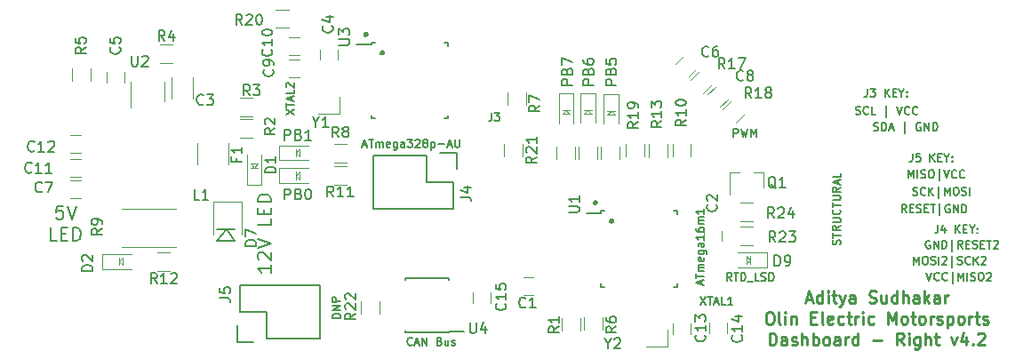
<source format=gto>
G04 #@! TF.GenerationSoftware,KiCad,Pcbnew,5.0.2-bee76a0~70~ubuntu18.04.1*
G04 #@! TF.CreationDate,2019-04-15T21:30:03-04:00*
G04 #@! TF.ProjectId,dashboard_mk4_rev4,64617368-626f-4617-9264-5f6d6b345f72,6.0*
G04 #@! TF.SameCoordinates,Original*
G04 #@! TF.FileFunction,Legend,Top*
G04 #@! TF.FilePolarity,Positive*
%FSLAX46Y46*%
G04 Gerber Fmt 4.6, Leading zero omitted, Abs format (unit mm)*
G04 Created by KiCad (PCBNEW 5.0.2-bee76a0~70~ubuntu18.04.1) date Mon 15 Apr 2019 09:30:03 PM EDT*
%MOMM*%
%LPD*%
G01*
G04 APERTURE LIST*
%ADD10C,0.190500*%
%ADD11C,0.285750*%
%ADD12C,0.152400*%
%ADD13C,0.150000*%
%ADD14C,0.120000*%
%ADD15C,0.200000*%
%ADD16C,0.500000*%
%ADD17C,0.100000*%
G04 APERTURE END LIST*
D10*
X150495000Y-156554714D02*
X150241000Y-156191857D01*
X150059571Y-156554714D02*
X150059571Y-155792714D01*
X150349857Y-155792714D01*
X150422428Y-155829000D01*
X150458714Y-155865285D01*
X150495000Y-155937857D01*
X150495000Y-156046714D01*
X150458714Y-156119285D01*
X150422428Y-156155571D01*
X150349857Y-156191857D01*
X150059571Y-156191857D01*
X150712714Y-155792714D02*
X151148142Y-155792714D01*
X150930428Y-156554714D02*
X150930428Y-155792714D01*
X151402142Y-156554714D02*
X151402142Y-155792714D01*
X151583571Y-155792714D01*
X151692428Y-155829000D01*
X151765000Y-155901571D01*
X151801285Y-155974142D01*
X151837571Y-156119285D01*
X151837571Y-156228142D01*
X151801285Y-156373285D01*
X151765000Y-156445857D01*
X151692428Y-156518428D01*
X151583571Y-156554714D01*
X151402142Y-156554714D01*
X151982714Y-156627285D02*
X152563285Y-156627285D01*
X153107571Y-156554714D02*
X152744714Y-156554714D01*
X152744714Y-155792714D01*
X153325285Y-156518428D02*
X153434142Y-156554714D01*
X153615571Y-156554714D01*
X153688142Y-156518428D01*
X153724428Y-156482142D01*
X153760714Y-156409571D01*
X153760714Y-156337000D01*
X153724428Y-156264428D01*
X153688142Y-156228142D01*
X153615571Y-156191857D01*
X153470428Y-156155571D01*
X153397857Y-156119285D01*
X153361571Y-156083000D01*
X153325285Y-156010428D01*
X153325285Y-155937857D01*
X153361571Y-155865285D01*
X153397857Y-155829000D01*
X153470428Y-155792714D01*
X153651857Y-155792714D01*
X153760714Y-155829000D01*
X154087285Y-156554714D02*
X154087285Y-155792714D01*
X154268714Y-155792714D01*
X154377571Y-155829000D01*
X154450142Y-155901571D01*
X154486428Y-155974142D01*
X154522714Y-156119285D01*
X154522714Y-156228142D01*
X154486428Y-156373285D01*
X154450142Y-156445857D01*
X154377571Y-156518428D01*
X154268714Y-156554714D01*
X154087285Y-156554714D01*
X150694571Y-142838714D02*
X150694571Y-142076714D01*
X150984857Y-142076714D01*
X151057428Y-142113000D01*
X151093714Y-142149285D01*
X151130000Y-142221857D01*
X151130000Y-142330714D01*
X151093714Y-142403285D01*
X151057428Y-142439571D01*
X150984857Y-142475857D01*
X150694571Y-142475857D01*
X151384000Y-142076714D02*
X151565428Y-142838714D01*
X151710571Y-142294428D01*
X151855714Y-142838714D01*
X152037142Y-142076714D01*
X152327428Y-142838714D02*
X152327428Y-142076714D01*
X152581428Y-142621000D01*
X152835428Y-142076714D01*
X152835428Y-142838714D01*
X127635000Y-140552714D02*
X127635000Y-141097000D01*
X127598714Y-141205857D01*
X127526142Y-141278428D01*
X127417285Y-141314714D01*
X127344714Y-141314714D01*
X127925285Y-140552714D02*
X128397000Y-140552714D01*
X128143000Y-140843000D01*
X128251857Y-140843000D01*
X128324428Y-140879285D01*
X128360714Y-140915571D01*
X128397000Y-140988142D01*
X128397000Y-141169571D01*
X128360714Y-141242142D01*
X128324428Y-141278428D01*
X128251857Y-141314714D01*
X128034142Y-141314714D01*
X127961571Y-141278428D01*
X127925285Y-141242142D01*
X164046262Y-142208068D02*
X164155120Y-142244354D01*
X164336548Y-142244354D01*
X164409120Y-142208068D01*
X164445405Y-142171782D01*
X164481691Y-142099211D01*
X164481691Y-142026640D01*
X164445405Y-141954068D01*
X164409120Y-141917782D01*
X164336548Y-141881497D01*
X164191405Y-141845211D01*
X164118834Y-141808925D01*
X164082548Y-141772640D01*
X164046262Y-141700068D01*
X164046262Y-141627497D01*
X164082548Y-141554925D01*
X164118834Y-141518640D01*
X164191405Y-141482354D01*
X164372834Y-141482354D01*
X164481691Y-141518640D01*
X164808262Y-142244354D02*
X164808262Y-141482354D01*
X164989691Y-141482354D01*
X165098548Y-141518640D01*
X165171120Y-141591211D01*
X165207405Y-141663782D01*
X165243691Y-141808925D01*
X165243691Y-141917782D01*
X165207405Y-142062925D01*
X165171120Y-142135497D01*
X165098548Y-142208068D01*
X164989691Y-142244354D01*
X164808262Y-142244354D01*
X165533977Y-142026640D02*
X165896834Y-142026640D01*
X165461405Y-142244354D02*
X165715405Y-141482354D01*
X165969405Y-142244354D01*
X166985405Y-142498354D02*
X166985405Y-141409782D01*
X168509405Y-141518640D02*
X168436834Y-141482354D01*
X168327977Y-141482354D01*
X168219120Y-141518640D01*
X168146548Y-141591211D01*
X168110262Y-141663782D01*
X168073977Y-141808925D01*
X168073977Y-141917782D01*
X168110262Y-142062925D01*
X168146548Y-142135497D01*
X168219120Y-142208068D01*
X168327977Y-142244354D01*
X168400548Y-142244354D01*
X168509405Y-142208068D01*
X168545691Y-142171782D01*
X168545691Y-141917782D01*
X168400548Y-141917782D01*
X168872262Y-142244354D02*
X168872262Y-141482354D01*
X169307691Y-142244354D01*
X169307691Y-141482354D01*
X169670548Y-142244354D02*
X169670548Y-141482354D01*
X169851977Y-141482354D01*
X169960834Y-141518640D01*
X170033405Y-141591211D01*
X170069691Y-141663782D01*
X170105977Y-141808925D01*
X170105977Y-141917782D01*
X170069691Y-142062925D01*
X170033405Y-142135497D01*
X169960834Y-142208068D01*
X169851977Y-142244354D01*
X169670548Y-142244354D01*
X163428700Y-138260438D02*
X163428700Y-138804724D01*
X163392414Y-138913581D01*
X163319842Y-138986152D01*
X163210985Y-139022438D01*
X163138414Y-139022438D01*
X163718985Y-138260438D02*
X164190700Y-138260438D01*
X163936700Y-138550724D01*
X164045557Y-138550724D01*
X164118128Y-138587009D01*
X164154414Y-138623295D01*
X164190700Y-138695866D01*
X164190700Y-138877295D01*
X164154414Y-138949866D01*
X164118128Y-138986152D01*
X164045557Y-139022438D01*
X163827842Y-139022438D01*
X163755271Y-138986152D01*
X163718985Y-138949866D01*
X165097842Y-139022438D02*
X165097842Y-138260438D01*
X165533271Y-139022438D02*
X165206700Y-138587009D01*
X165533271Y-138260438D02*
X165097842Y-138695866D01*
X165859842Y-138623295D02*
X166113842Y-138623295D01*
X166222700Y-139022438D02*
X165859842Y-139022438D01*
X165859842Y-138260438D01*
X166222700Y-138260438D01*
X166694414Y-138659581D02*
X166694414Y-139022438D01*
X166440414Y-138260438D02*
X166694414Y-138659581D01*
X166948414Y-138260438D01*
X167202414Y-138949866D02*
X167238700Y-138986152D01*
X167202414Y-139022438D01*
X167166128Y-138986152D01*
X167202414Y-138949866D01*
X167202414Y-139022438D01*
X167202414Y-138550724D02*
X167238700Y-138587009D01*
X167202414Y-138623295D01*
X167166128Y-138587009D01*
X167202414Y-138550724D01*
X167202414Y-138623295D01*
X160836428Y-153107571D02*
X160872714Y-152998714D01*
X160872714Y-152817285D01*
X160836428Y-152744714D01*
X160800142Y-152708428D01*
X160727571Y-152672142D01*
X160655000Y-152672142D01*
X160582428Y-152708428D01*
X160546142Y-152744714D01*
X160509857Y-152817285D01*
X160473571Y-152962428D01*
X160437285Y-153035000D01*
X160401000Y-153071285D01*
X160328428Y-153107571D01*
X160255857Y-153107571D01*
X160183285Y-153071285D01*
X160147000Y-153035000D01*
X160110714Y-152962428D01*
X160110714Y-152781000D01*
X160147000Y-152672142D01*
X160110714Y-152454428D02*
X160110714Y-152019000D01*
X160872714Y-152236714D02*
X160110714Y-152236714D01*
X160872714Y-151329571D02*
X160509857Y-151583571D01*
X160872714Y-151765000D02*
X160110714Y-151765000D01*
X160110714Y-151474714D01*
X160147000Y-151402142D01*
X160183285Y-151365857D01*
X160255857Y-151329571D01*
X160364714Y-151329571D01*
X160437285Y-151365857D01*
X160473571Y-151402142D01*
X160509857Y-151474714D01*
X160509857Y-151765000D01*
X160110714Y-151003000D02*
X160727571Y-151003000D01*
X160800142Y-150966714D01*
X160836428Y-150930428D01*
X160872714Y-150857857D01*
X160872714Y-150712714D01*
X160836428Y-150640142D01*
X160800142Y-150603857D01*
X160727571Y-150567571D01*
X160110714Y-150567571D01*
X160800142Y-149769285D02*
X160836428Y-149805571D01*
X160872714Y-149914428D01*
X160872714Y-149987000D01*
X160836428Y-150095857D01*
X160763857Y-150168428D01*
X160691285Y-150204714D01*
X160546142Y-150241000D01*
X160437285Y-150241000D01*
X160292142Y-150204714D01*
X160219571Y-150168428D01*
X160147000Y-150095857D01*
X160110714Y-149987000D01*
X160110714Y-149914428D01*
X160147000Y-149805571D01*
X160183285Y-149769285D01*
X160110714Y-149551571D02*
X160110714Y-149116142D01*
X160872714Y-149333857D02*
X160110714Y-149333857D01*
X160110714Y-148862142D02*
X160727571Y-148862142D01*
X160800142Y-148825857D01*
X160836428Y-148789571D01*
X160872714Y-148717000D01*
X160872714Y-148571857D01*
X160836428Y-148499285D01*
X160800142Y-148463000D01*
X160727571Y-148426714D01*
X160110714Y-148426714D01*
X160872714Y-147628428D02*
X160509857Y-147882428D01*
X160872714Y-148063857D02*
X160110714Y-148063857D01*
X160110714Y-147773571D01*
X160147000Y-147701000D01*
X160183285Y-147664714D01*
X160255857Y-147628428D01*
X160364714Y-147628428D01*
X160437285Y-147664714D01*
X160473571Y-147701000D01*
X160509857Y-147773571D01*
X160509857Y-148063857D01*
X160655000Y-147338142D02*
X160655000Y-146975285D01*
X160872714Y-147410714D02*
X160110714Y-147156714D01*
X160872714Y-146902714D01*
X160872714Y-146285857D02*
X160872714Y-146648714D01*
X160110714Y-146648714D01*
X167736520Y-144449074D02*
X167736520Y-144993360D01*
X167700234Y-145102217D01*
X167627662Y-145174788D01*
X167518805Y-145211074D01*
X167446234Y-145211074D01*
X168462234Y-144449074D02*
X168099377Y-144449074D01*
X168063091Y-144811931D01*
X168099377Y-144775645D01*
X168171948Y-144739360D01*
X168353377Y-144739360D01*
X168425948Y-144775645D01*
X168462234Y-144811931D01*
X168498520Y-144884502D01*
X168498520Y-145065931D01*
X168462234Y-145138502D01*
X168425948Y-145174788D01*
X168353377Y-145211074D01*
X168171948Y-145211074D01*
X168099377Y-145174788D01*
X168063091Y-145138502D01*
X169405662Y-145211074D02*
X169405662Y-144449074D01*
X169841091Y-145211074D02*
X169514520Y-144775645D01*
X169841091Y-144449074D02*
X169405662Y-144884502D01*
X170167662Y-144811931D02*
X170421662Y-144811931D01*
X170530520Y-145211074D02*
X170167662Y-145211074D01*
X170167662Y-144449074D01*
X170530520Y-144449074D01*
X171002234Y-144848217D02*
X171002234Y-145211074D01*
X170748234Y-144449074D02*
X171002234Y-144848217D01*
X171256234Y-144449074D01*
X171510234Y-145138502D02*
X171546520Y-145174788D01*
X171510234Y-145211074D01*
X171473948Y-145174788D01*
X171510234Y-145138502D01*
X171510234Y-145211074D01*
X171510234Y-144739360D02*
X171546520Y-144775645D01*
X171510234Y-144811931D01*
X171473948Y-144775645D01*
X171510234Y-144739360D01*
X171510234Y-144811931D01*
X162328520Y-140657471D02*
X162437377Y-140693757D01*
X162618805Y-140693757D01*
X162691377Y-140657471D01*
X162727663Y-140621185D01*
X162763948Y-140548614D01*
X162763948Y-140476043D01*
X162727663Y-140403471D01*
X162691377Y-140367185D01*
X162618805Y-140330900D01*
X162473663Y-140294614D01*
X162401091Y-140258328D01*
X162364805Y-140222043D01*
X162328520Y-140149471D01*
X162328520Y-140076900D01*
X162364805Y-140004328D01*
X162401091Y-139968043D01*
X162473663Y-139931757D01*
X162655091Y-139931757D01*
X162763948Y-139968043D01*
X163525948Y-140621185D02*
X163489663Y-140657471D01*
X163380805Y-140693757D01*
X163308234Y-140693757D01*
X163199377Y-140657471D01*
X163126805Y-140584900D01*
X163090520Y-140512328D01*
X163054234Y-140367185D01*
X163054234Y-140258328D01*
X163090520Y-140113185D01*
X163126805Y-140040614D01*
X163199377Y-139968043D01*
X163308234Y-139931757D01*
X163380805Y-139931757D01*
X163489663Y-139968043D01*
X163525948Y-140004328D01*
X164215377Y-140693757D02*
X163852520Y-140693757D01*
X163852520Y-139931757D01*
X165231377Y-140947757D02*
X165231377Y-139859185D01*
X166247377Y-139931757D02*
X166501377Y-140693757D01*
X166755377Y-139931757D01*
X167444805Y-140621185D02*
X167408520Y-140657471D01*
X167299663Y-140693757D01*
X167227091Y-140693757D01*
X167118234Y-140657471D01*
X167045663Y-140584900D01*
X167009377Y-140512328D01*
X166973091Y-140367185D01*
X166973091Y-140258328D01*
X167009377Y-140113185D01*
X167045663Y-140040614D01*
X167118234Y-139968043D01*
X167227091Y-139931757D01*
X167299663Y-139931757D01*
X167408520Y-139968043D01*
X167444805Y-140004328D01*
X168206805Y-140621185D02*
X168170520Y-140657471D01*
X168061663Y-140693757D01*
X167989091Y-140693757D01*
X167880234Y-140657471D01*
X167807663Y-140584900D01*
X167771377Y-140512328D01*
X167735091Y-140367185D01*
X167735091Y-140258328D01*
X167771377Y-140113185D01*
X167807663Y-140040614D01*
X167880234Y-139968043D01*
X167989091Y-139931757D01*
X168061663Y-139931757D01*
X168170520Y-139968043D01*
X168206805Y-140004328D01*
X169066028Y-155767314D02*
X169320028Y-156529314D01*
X169574028Y-155767314D01*
X170263457Y-156456742D02*
X170227171Y-156493028D01*
X170118314Y-156529314D01*
X170045742Y-156529314D01*
X169936885Y-156493028D01*
X169864314Y-156420457D01*
X169828028Y-156347885D01*
X169791742Y-156202742D01*
X169791742Y-156093885D01*
X169828028Y-155948742D01*
X169864314Y-155876171D01*
X169936885Y-155803600D01*
X170045742Y-155767314D01*
X170118314Y-155767314D01*
X170227171Y-155803600D01*
X170263457Y-155839885D01*
X171025457Y-156456742D02*
X170989171Y-156493028D01*
X170880314Y-156529314D01*
X170807742Y-156529314D01*
X170698885Y-156493028D01*
X170626314Y-156420457D01*
X170590028Y-156347885D01*
X170553742Y-156202742D01*
X170553742Y-156093885D01*
X170590028Y-155948742D01*
X170626314Y-155876171D01*
X170698885Y-155803600D01*
X170807742Y-155767314D01*
X170880314Y-155767314D01*
X170989171Y-155803600D01*
X171025457Y-155839885D01*
X171533457Y-156783314D02*
X171533457Y-155694742D01*
X172077742Y-156529314D02*
X172077742Y-155767314D01*
X172331742Y-156311600D01*
X172585742Y-155767314D01*
X172585742Y-156529314D01*
X172948600Y-156529314D02*
X172948600Y-155767314D01*
X173275171Y-156493028D02*
X173384028Y-156529314D01*
X173565457Y-156529314D01*
X173638028Y-156493028D01*
X173674314Y-156456742D01*
X173710600Y-156384171D01*
X173710600Y-156311600D01*
X173674314Y-156239028D01*
X173638028Y-156202742D01*
X173565457Y-156166457D01*
X173420314Y-156130171D01*
X173347742Y-156093885D01*
X173311457Y-156057600D01*
X173275171Y-155985028D01*
X173275171Y-155912457D01*
X173311457Y-155839885D01*
X173347742Y-155803600D01*
X173420314Y-155767314D01*
X173601742Y-155767314D01*
X173710600Y-155803600D01*
X174182314Y-155767314D02*
X174327457Y-155767314D01*
X174400028Y-155803600D01*
X174472600Y-155876171D01*
X174508885Y-156021314D01*
X174508885Y-156275314D01*
X174472600Y-156420457D01*
X174400028Y-156493028D01*
X174327457Y-156529314D01*
X174182314Y-156529314D01*
X174109742Y-156493028D01*
X174037171Y-156420457D01*
X174000885Y-156275314D01*
X174000885Y-156021314D01*
X174037171Y-155876171D01*
X174109742Y-155803600D01*
X174182314Y-155767314D01*
X174799171Y-155839885D02*
X174835457Y-155803600D01*
X174908028Y-155767314D01*
X175089457Y-155767314D01*
X175162028Y-155803600D01*
X175198314Y-155839885D01*
X175234600Y-155912457D01*
X175234600Y-155985028D01*
X175198314Y-156093885D01*
X174762885Y-156529314D01*
X175234600Y-156529314D01*
X169405662Y-152737820D02*
X169333091Y-152701534D01*
X169224234Y-152701534D01*
X169115377Y-152737820D01*
X169042805Y-152810391D01*
X169006520Y-152882962D01*
X168970234Y-153028105D01*
X168970234Y-153136962D01*
X169006520Y-153282105D01*
X169042805Y-153354677D01*
X169115377Y-153427248D01*
X169224234Y-153463534D01*
X169296805Y-153463534D01*
X169405662Y-153427248D01*
X169441948Y-153390962D01*
X169441948Y-153136962D01*
X169296805Y-153136962D01*
X169768520Y-153463534D02*
X169768520Y-152701534D01*
X170203948Y-153463534D01*
X170203948Y-152701534D01*
X170566805Y-153463534D02*
X170566805Y-152701534D01*
X170748234Y-152701534D01*
X170857091Y-152737820D01*
X170929662Y-152810391D01*
X170965948Y-152882962D01*
X171002234Y-153028105D01*
X171002234Y-153136962D01*
X170965948Y-153282105D01*
X170929662Y-153354677D01*
X170857091Y-153427248D01*
X170748234Y-153463534D01*
X170566805Y-153463534D01*
X171510234Y-153717534D02*
X171510234Y-152628962D01*
X172489948Y-153463534D02*
X172235948Y-153100677D01*
X172054520Y-153463534D02*
X172054520Y-152701534D01*
X172344805Y-152701534D01*
X172417377Y-152737820D01*
X172453662Y-152774105D01*
X172489948Y-152846677D01*
X172489948Y-152955534D01*
X172453662Y-153028105D01*
X172417377Y-153064391D01*
X172344805Y-153100677D01*
X172054520Y-153100677D01*
X172816520Y-153064391D02*
X173070520Y-153064391D01*
X173179377Y-153463534D02*
X172816520Y-153463534D01*
X172816520Y-152701534D01*
X173179377Y-152701534D01*
X173469662Y-153427248D02*
X173578520Y-153463534D01*
X173759948Y-153463534D01*
X173832520Y-153427248D01*
X173868805Y-153390962D01*
X173905091Y-153318391D01*
X173905091Y-153245820D01*
X173868805Y-153173248D01*
X173832520Y-153136962D01*
X173759948Y-153100677D01*
X173614805Y-153064391D01*
X173542234Y-153028105D01*
X173505948Y-152991820D01*
X173469662Y-152919248D01*
X173469662Y-152846677D01*
X173505948Y-152774105D01*
X173542234Y-152737820D01*
X173614805Y-152701534D01*
X173796234Y-152701534D01*
X173905091Y-152737820D01*
X174231662Y-153064391D02*
X174485662Y-153064391D01*
X174594520Y-153463534D02*
X174231662Y-153463534D01*
X174231662Y-152701534D01*
X174594520Y-152701534D01*
X174812234Y-152701534D02*
X175247662Y-152701534D01*
X175029948Y-153463534D02*
X175029948Y-152701534D01*
X175465377Y-152774105D02*
X175501662Y-152737820D01*
X175574234Y-152701534D01*
X175755662Y-152701534D01*
X175828234Y-152737820D01*
X175864520Y-152774105D01*
X175900805Y-152846677D01*
X175900805Y-152919248D01*
X175864520Y-153028105D01*
X175429091Y-153463534D01*
X175900805Y-153463534D01*
X167863882Y-154993884D02*
X167863882Y-154231884D01*
X168117882Y-154776170D01*
X168371882Y-154231884D01*
X168371882Y-154993884D01*
X168879882Y-154231884D02*
X169025025Y-154231884D01*
X169097597Y-154268170D01*
X169170168Y-154340741D01*
X169206454Y-154485884D01*
X169206454Y-154739884D01*
X169170168Y-154885027D01*
X169097597Y-154957598D01*
X169025025Y-154993884D01*
X168879882Y-154993884D01*
X168807311Y-154957598D01*
X168734740Y-154885027D01*
X168698454Y-154739884D01*
X168698454Y-154485884D01*
X168734740Y-154340741D01*
X168807311Y-154268170D01*
X168879882Y-154231884D01*
X169496740Y-154957598D02*
X169605597Y-154993884D01*
X169787025Y-154993884D01*
X169859597Y-154957598D01*
X169895882Y-154921312D01*
X169932168Y-154848741D01*
X169932168Y-154776170D01*
X169895882Y-154703598D01*
X169859597Y-154667312D01*
X169787025Y-154631027D01*
X169641882Y-154594741D01*
X169569311Y-154558455D01*
X169533025Y-154522170D01*
X169496740Y-154449598D01*
X169496740Y-154377027D01*
X169533025Y-154304455D01*
X169569311Y-154268170D01*
X169641882Y-154231884D01*
X169823311Y-154231884D01*
X169932168Y-154268170D01*
X170258740Y-154993884D02*
X170258740Y-154231884D01*
X170585311Y-154304455D02*
X170621597Y-154268170D01*
X170694168Y-154231884D01*
X170875597Y-154231884D01*
X170948168Y-154268170D01*
X170984454Y-154304455D01*
X171020740Y-154377027D01*
X171020740Y-154449598D01*
X170984454Y-154558455D01*
X170549025Y-154993884D01*
X171020740Y-154993884D01*
X171528740Y-155247884D02*
X171528740Y-154159312D01*
X172036740Y-154957598D02*
X172145597Y-154993884D01*
X172327025Y-154993884D01*
X172399597Y-154957598D01*
X172435882Y-154921312D01*
X172472168Y-154848741D01*
X172472168Y-154776170D01*
X172435882Y-154703598D01*
X172399597Y-154667312D01*
X172327025Y-154631027D01*
X172181882Y-154594741D01*
X172109311Y-154558455D01*
X172073025Y-154522170D01*
X172036740Y-154449598D01*
X172036740Y-154377027D01*
X172073025Y-154304455D01*
X172109311Y-154268170D01*
X172181882Y-154231884D01*
X172363311Y-154231884D01*
X172472168Y-154268170D01*
X173234168Y-154921312D02*
X173197882Y-154957598D01*
X173089025Y-154993884D01*
X173016454Y-154993884D01*
X172907597Y-154957598D01*
X172835025Y-154885027D01*
X172798740Y-154812455D01*
X172762454Y-154667312D01*
X172762454Y-154558455D01*
X172798740Y-154413312D01*
X172835025Y-154340741D01*
X172907597Y-154268170D01*
X173016454Y-154231884D01*
X173089025Y-154231884D01*
X173197882Y-154268170D01*
X173234168Y-154304455D01*
X173560740Y-154993884D02*
X173560740Y-154231884D01*
X173996168Y-154993884D02*
X173669597Y-154558455D01*
X173996168Y-154231884D02*
X173560740Y-154667312D01*
X174286454Y-154304455D02*
X174322740Y-154268170D01*
X174395311Y-154231884D01*
X174576740Y-154231884D01*
X174649311Y-154268170D01*
X174685597Y-154304455D01*
X174721882Y-154377027D01*
X174721882Y-154449598D01*
X174685597Y-154558455D01*
X174250168Y-154993884D01*
X174721882Y-154993884D01*
X167145425Y-150042154D02*
X166891425Y-149679297D01*
X166709997Y-150042154D02*
X166709997Y-149280154D01*
X167000282Y-149280154D01*
X167072854Y-149316440D01*
X167109140Y-149352725D01*
X167145425Y-149425297D01*
X167145425Y-149534154D01*
X167109140Y-149606725D01*
X167072854Y-149643011D01*
X167000282Y-149679297D01*
X166709997Y-149679297D01*
X167471997Y-149643011D02*
X167725997Y-149643011D01*
X167834854Y-150042154D02*
X167471997Y-150042154D01*
X167471997Y-149280154D01*
X167834854Y-149280154D01*
X168125140Y-150005868D02*
X168233997Y-150042154D01*
X168415425Y-150042154D01*
X168487997Y-150005868D01*
X168524282Y-149969582D01*
X168560568Y-149897011D01*
X168560568Y-149824440D01*
X168524282Y-149751868D01*
X168487997Y-149715582D01*
X168415425Y-149679297D01*
X168270282Y-149643011D01*
X168197711Y-149606725D01*
X168161425Y-149570440D01*
X168125140Y-149497868D01*
X168125140Y-149425297D01*
X168161425Y-149352725D01*
X168197711Y-149316440D01*
X168270282Y-149280154D01*
X168451711Y-149280154D01*
X168560568Y-149316440D01*
X168887140Y-149643011D02*
X169141140Y-149643011D01*
X169249997Y-150042154D02*
X168887140Y-150042154D01*
X168887140Y-149280154D01*
X169249997Y-149280154D01*
X169467711Y-149280154D02*
X169903140Y-149280154D01*
X169685425Y-150042154D02*
X169685425Y-149280154D01*
X170338568Y-150296154D02*
X170338568Y-149207582D01*
X171281997Y-149316440D02*
X171209425Y-149280154D01*
X171100568Y-149280154D01*
X170991711Y-149316440D01*
X170919140Y-149389011D01*
X170882854Y-149461582D01*
X170846568Y-149606725D01*
X170846568Y-149715582D01*
X170882854Y-149860725D01*
X170919140Y-149933297D01*
X170991711Y-150005868D01*
X171100568Y-150042154D01*
X171173140Y-150042154D01*
X171281997Y-150005868D01*
X171318282Y-149969582D01*
X171318282Y-149715582D01*
X171173140Y-149715582D01*
X171644854Y-150042154D02*
X171644854Y-149280154D01*
X172080282Y-150042154D01*
X172080282Y-149280154D01*
X172443140Y-150042154D02*
X172443140Y-149280154D01*
X172624568Y-149280154D01*
X172733425Y-149316440D01*
X172805997Y-149389011D01*
X172842282Y-149461582D01*
X172878568Y-149606725D01*
X172878568Y-149715582D01*
X172842282Y-149860725D01*
X172805997Y-149933297D01*
X172733425Y-150005868D01*
X172624568Y-150042154D01*
X172443140Y-150042154D01*
X167776071Y-148359947D02*
X167884928Y-148396233D01*
X168066357Y-148396233D01*
X168138928Y-148359947D01*
X168175214Y-148323661D01*
X168211500Y-148251090D01*
X168211500Y-148178519D01*
X168175214Y-148105947D01*
X168138928Y-148069661D01*
X168066357Y-148033376D01*
X167921214Y-147997090D01*
X167848642Y-147960804D01*
X167812357Y-147924519D01*
X167776071Y-147851947D01*
X167776071Y-147779376D01*
X167812357Y-147706804D01*
X167848642Y-147670519D01*
X167921214Y-147634233D01*
X168102642Y-147634233D01*
X168211500Y-147670519D01*
X168973500Y-148323661D02*
X168937214Y-148359947D01*
X168828357Y-148396233D01*
X168755785Y-148396233D01*
X168646928Y-148359947D01*
X168574357Y-148287376D01*
X168538071Y-148214804D01*
X168501785Y-148069661D01*
X168501785Y-147960804D01*
X168538071Y-147815661D01*
X168574357Y-147743090D01*
X168646928Y-147670519D01*
X168755785Y-147634233D01*
X168828357Y-147634233D01*
X168937214Y-147670519D01*
X168973500Y-147706804D01*
X169300071Y-148396233D02*
X169300071Y-147634233D01*
X169735500Y-148396233D02*
X169408928Y-147960804D01*
X169735500Y-147634233D02*
X169300071Y-148069661D01*
X170243500Y-148650233D02*
X170243500Y-147561661D01*
X170787785Y-148396233D02*
X170787785Y-147634233D01*
X171041785Y-148178519D01*
X171295785Y-147634233D01*
X171295785Y-148396233D01*
X171803785Y-147634233D02*
X171948928Y-147634233D01*
X172021500Y-147670519D01*
X172094071Y-147743090D01*
X172130357Y-147888233D01*
X172130357Y-148142233D01*
X172094071Y-148287376D01*
X172021500Y-148359947D01*
X171948928Y-148396233D01*
X171803785Y-148396233D01*
X171731214Y-148359947D01*
X171658642Y-148287376D01*
X171622357Y-148142233D01*
X171622357Y-147888233D01*
X171658642Y-147743090D01*
X171731214Y-147670519D01*
X171803785Y-147634233D01*
X172420642Y-148359947D02*
X172529500Y-148396233D01*
X172710928Y-148396233D01*
X172783500Y-148359947D01*
X172819785Y-148323661D01*
X172856071Y-148251090D01*
X172856071Y-148178519D01*
X172819785Y-148105947D01*
X172783500Y-148069661D01*
X172710928Y-148033376D01*
X172565785Y-147997090D01*
X172493214Y-147960804D01*
X172456928Y-147924519D01*
X172420642Y-147851947D01*
X172420642Y-147779376D01*
X172456928Y-147706804D01*
X172493214Y-147670519D01*
X172565785Y-147634233D01*
X172747214Y-147634233D01*
X172856071Y-147670519D01*
X173182642Y-148396233D02*
X173182642Y-147634233D01*
X167355882Y-146757934D02*
X167355882Y-145995934D01*
X167609882Y-146540220D01*
X167863882Y-145995934D01*
X167863882Y-146757934D01*
X168226740Y-146757934D02*
X168226740Y-145995934D01*
X168553311Y-146721648D02*
X168662168Y-146757934D01*
X168843597Y-146757934D01*
X168916168Y-146721648D01*
X168952454Y-146685362D01*
X168988740Y-146612791D01*
X168988740Y-146540220D01*
X168952454Y-146467648D01*
X168916168Y-146431362D01*
X168843597Y-146395077D01*
X168698454Y-146358791D01*
X168625882Y-146322505D01*
X168589597Y-146286220D01*
X168553311Y-146213648D01*
X168553311Y-146141077D01*
X168589597Y-146068505D01*
X168625882Y-146032220D01*
X168698454Y-145995934D01*
X168879882Y-145995934D01*
X168988740Y-146032220D01*
X169460454Y-145995934D02*
X169605597Y-145995934D01*
X169678168Y-146032220D01*
X169750740Y-146104791D01*
X169787025Y-146249934D01*
X169787025Y-146503934D01*
X169750740Y-146649077D01*
X169678168Y-146721648D01*
X169605597Y-146757934D01*
X169460454Y-146757934D01*
X169387882Y-146721648D01*
X169315311Y-146649077D01*
X169279025Y-146503934D01*
X169279025Y-146249934D01*
X169315311Y-146104791D01*
X169387882Y-146032220D01*
X169460454Y-145995934D01*
X170295025Y-147011934D02*
X170295025Y-145923362D01*
X170730454Y-145995934D02*
X170984454Y-146757934D01*
X171238454Y-145995934D01*
X171927882Y-146685362D02*
X171891597Y-146721648D01*
X171782740Y-146757934D01*
X171710168Y-146757934D01*
X171601311Y-146721648D01*
X171528740Y-146649077D01*
X171492454Y-146576505D01*
X171456168Y-146431362D01*
X171456168Y-146322505D01*
X171492454Y-146177362D01*
X171528740Y-146104791D01*
X171601311Y-146032220D01*
X171710168Y-145995934D01*
X171782740Y-145995934D01*
X171891597Y-146032220D01*
X171927882Y-146068505D01*
X172689882Y-146685362D02*
X172653597Y-146721648D01*
X172544740Y-146757934D01*
X172472168Y-146757934D01*
X172363311Y-146721648D01*
X172290740Y-146649077D01*
X172254454Y-146576505D01*
X172218168Y-146431362D01*
X172218168Y-146322505D01*
X172254454Y-146177362D01*
X172290740Y-146104791D01*
X172363311Y-146032220D01*
X172472168Y-145995934D01*
X172544740Y-145995934D01*
X172653597Y-146032220D01*
X172689882Y-146068505D01*
X170159680Y-151251194D02*
X170159680Y-151795480D01*
X170123394Y-151904337D01*
X170050822Y-151976908D01*
X169941965Y-152013194D01*
X169869394Y-152013194D01*
X170849108Y-151505194D02*
X170849108Y-152013194D01*
X170667680Y-151214908D02*
X170486251Y-151759194D01*
X170957965Y-151759194D01*
X171828822Y-152013194D02*
X171828822Y-151251194D01*
X172264251Y-152013194D02*
X171937680Y-151577765D01*
X172264251Y-151251194D02*
X171828822Y-151686622D01*
X172590822Y-151614051D02*
X172844822Y-151614051D01*
X172953680Y-152013194D02*
X172590822Y-152013194D01*
X172590822Y-151251194D01*
X172953680Y-151251194D01*
X173425394Y-151650337D02*
X173425394Y-152013194D01*
X173171394Y-151251194D02*
X173425394Y-151650337D01*
X173679394Y-151251194D01*
X173933394Y-151940622D02*
X173969680Y-151976908D01*
X173933394Y-152013194D01*
X173897108Y-151976908D01*
X173933394Y-151940622D01*
X173933394Y-152013194D01*
X173933394Y-151541480D02*
X173969680Y-151577765D01*
X173933394Y-151614051D01*
X173897108Y-151577765D01*
X173933394Y-151541480D01*
X173933394Y-151614051D01*
D11*
X157616071Y-158337250D02*
X158160357Y-158337250D01*
X157507214Y-158663821D02*
X157888214Y-157520821D01*
X158269214Y-158663821D01*
X159140071Y-158663821D02*
X159140071Y-157520821D01*
X159140071Y-158609392D02*
X159031214Y-158663821D01*
X158813500Y-158663821D01*
X158704642Y-158609392D01*
X158650214Y-158554964D01*
X158595785Y-158446107D01*
X158595785Y-158119535D01*
X158650214Y-158010678D01*
X158704642Y-157956250D01*
X158813500Y-157901821D01*
X159031214Y-157901821D01*
X159140071Y-157956250D01*
X159684357Y-158663821D02*
X159684357Y-157901821D01*
X159684357Y-157520821D02*
X159629928Y-157575250D01*
X159684357Y-157629678D01*
X159738785Y-157575250D01*
X159684357Y-157520821D01*
X159684357Y-157629678D01*
X160065357Y-157901821D02*
X160500785Y-157901821D01*
X160228642Y-157520821D02*
X160228642Y-158500535D01*
X160283071Y-158609392D01*
X160391928Y-158663821D01*
X160500785Y-158663821D01*
X160772928Y-157901821D02*
X161045071Y-158663821D01*
X161317214Y-157901821D02*
X161045071Y-158663821D01*
X160936214Y-158935964D01*
X160881785Y-158990392D01*
X160772928Y-159044821D01*
X162242500Y-158663821D02*
X162242500Y-158065107D01*
X162188071Y-157956250D01*
X162079214Y-157901821D01*
X161861500Y-157901821D01*
X161752642Y-157956250D01*
X162242500Y-158609392D02*
X162133642Y-158663821D01*
X161861500Y-158663821D01*
X161752642Y-158609392D01*
X161698214Y-158500535D01*
X161698214Y-158391678D01*
X161752642Y-158282821D01*
X161861500Y-158228392D01*
X162133642Y-158228392D01*
X162242500Y-158173964D01*
X163603214Y-158609392D02*
X163766500Y-158663821D01*
X164038642Y-158663821D01*
X164147500Y-158609392D01*
X164201928Y-158554964D01*
X164256357Y-158446107D01*
X164256357Y-158337250D01*
X164201928Y-158228392D01*
X164147500Y-158173964D01*
X164038642Y-158119535D01*
X163820928Y-158065107D01*
X163712071Y-158010678D01*
X163657642Y-157956250D01*
X163603214Y-157847392D01*
X163603214Y-157738535D01*
X163657642Y-157629678D01*
X163712071Y-157575250D01*
X163820928Y-157520821D01*
X164093071Y-157520821D01*
X164256357Y-157575250D01*
X165236071Y-157901821D02*
X165236071Y-158663821D01*
X164746214Y-157901821D02*
X164746214Y-158500535D01*
X164800642Y-158609392D01*
X164909500Y-158663821D01*
X165072785Y-158663821D01*
X165181642Y-158609392D01*
X165236071Y-158554964D01*
X166270214Y-158663821D02*
X166270214Y-157520821D01*
X166270214Y-158609392D02*
X166161357Y-158663821D01*
X165943642Y-158663821D01*
X165834785Y-158609392D01*
X165780357Y-158554964D01*
X165725928Y-158446107D01*
X165725928Y-158119535D01*
X165780357Y-158010678D01*
X165834785Y-157956250D01*
X165943642Y-157901821D01*
X166161357Y-157901821D01*
X166270214Y-157956250D01*
X166814500Y-158663821D02*
X166814500Y-157520821D01*
X167304357Y-158663821D02*
X167304357Y-158065107D01*
X167249928Y-157956250D01*
X167141071Y-157901821D01*
X166977785Y-157901821D01*
X166868928Y-157956250D01*
X166814500Y-158010678D01*
X168338500Y-158663821D02*
X168338500Y-158065107D01*
X168284071Y-157956250D01*
X168175214Y-157901821D01*
X167957500Y-157901821D01*
X167848642Y-157956250D01*
X168338500Y-158609392D02*
X168229642Y-158663821D01*
X167957500Y-158663821D01*
X167848642Y-158609392D01*
X167794214Y-158500535D01*
X167794214Y-158391678D01*
X167848642Y-158282821D01*
X167957500Y-158228392D01*
X168229642Y-158228392D01*
X168338500Y-158173964D01*
X168882785Y-158663821D02*
X168882785Y-157520821D01*
X168991642Y-158228392D02*
X169318214Y-158663821D01*
X169318214Y-157901821D02*
X168882785Y-158337250D01*
X170297928Y-158663821D02*
X170297928Y-158065107D01*
X170243500Y-157956250D01*
X170134642Y-157901821D01*
X169916928Y-157901821D01*
X169808071Y-157956250D01*
X170297928Y-158609392D02*
X170189071Y-158663821D01*
X169916928Y-158663821D01*
X169808071Y-158609392D01*
X169753642Y-158500535D01*
X169753642Y-158391678D01*
X169808071Y-158282821D01*
X169916928Y-158228392D01*
X170189071Y-158228392D01*
X170297928Y-158173964D01*
X170842214Y-158663821D02*
X170842214Y-157901821D01*
X170842214Y-158119535D02*
X170896642Y-158010678D01*
X170951071Y-157956250D01*
X171059928Y-157901821D01*
X171168785Y-157901821D01*
X154023785Y-159521071D02*
X154241500Y-159521071D01*
X154350357Y-159575500D01*
X154459214Y-159684357D01*
X154513642Y-159902071D01*
X154513642Y-160283071D01*
X154459214Y-160500785D01*
X154350357Y-160609642D01*
X154241500Y-160664071D01*
X154023785Y-160664071D01*
X153914928Y-160609642D01*
X153806071Y-160500785D01*
X153751642Y-160283071D01*
X153751642Y-159902071D01*
X153806071Y-159684357D01*
X153914928Y-159575500D01*
X154023785Y-159521071D01*
X155166785Y-160664071D02*
X155057928Y-160609642D01*
X155003500Y-160500785D01*
X155003500Y-159521071D01*
X155602214Y-160664071D02*
X155602214Y-159902071D01*
X155602214Y-159521071D02*
X155547785Y-159575500D01*
X155602214Y-159629928D01*
X155656642Y-159575500D01*
X155602214Y-159521071D01*
X155602214Y-159629928D01*
X156146500Y-159902071D02*
X156146500Y-160664071D01*
X156146500Y-160010928D02*
X156200928Y-159956500D01*
X156309785Y-159902071D01*
X156473071Y-159902071D01*
X156581928Y-159956500D01*
X156636357Y-160065357D01*
X156636357Y-160664071D01*
X158051500Y-160065357D02*
X158432500Y-160065357D01*
X158595785Y-160664071D02*
X158051500Y-160664071D01*
X158051500Y-159521071D01*
X158595785Y-159521071D01*
X159248928Y-160664071D02*
X159140071Y-160609642D01*
X159085642Y-160500785D01*
X159085642Y-159521071D01*
X160119785Y-160609642D02*
X160010928Y-160664071D01*
X159793214Y-160664071D01*
X159684357Y-160609642D01*
X159629928Y-160500785D01*
X159629928Y-160065357D01*
X159684357Y-159956500D01*
X159793214Y-159902071D01*
X160010928Y-159902071D01*
X160119785Y-159956500D01*
X160174214Y-160065357D01*
X160174214Y-160174214D01*
X159629928Y-160283071D01*
X161153928Y-160609642D02*
X161045071Y-160664071D01*
X160827357Y-160664071D01*
X160718500Y-160609642D01*
X160664071Y-160555214D01*
X160609642Y-160446357D01*
X160609642Y-160119785D01*
X160664071Y-160010928D01*
X160718500Y-159956500D01*
X160827357Y-159902071D01*
X161045071Y-159902071D01*
X161153928Y-159956500D01*
X161480500Y-159902071D02*
X161915928Y-159902071D01*
X161643785Y-159521071D02*
X161643785Y-160500785D01*
X161698214Y-160609642D01*
X161807071Y-160664071D01*
X161915928Y-160664071D01*
X162296928Y-160664071D02*
X162296928Y-159902071D01*
X162296928Y-160119785D02*
X162351357Y-160010928D01*
X162405785Y-159956500D01*
X162514642Y-159902071D01*
X162623500Y-159902071D01*
X163004500Y-160664071D02*
X163004500Y-159902071D01*
X163004500Y-159521071D02*
X162950071Y-159575500D01*
X163004500Y-159629928D01*
X163058928Y-159575500D01*
X163004500Y-159521071D01*
X163004500Y-159629928D01*
X164038642Y-160609642D02*
X163929785Y-160664071D01*
X163712071Y-160664071D01*
X163603214Y-160609642D01*
X163548785Y-160555214D01*
X163494357Y-160446357D01*
X163494357Y-160119785D01*
X163548785Y-160010928D01*
X163603214Y-159956500D01*
X163712071Y-159902071D01*
X163929785Y-159902071D01*
X164038642Y-159956500D01*
X165399357Y-160664071D02*
X165399357Y-159521071D01*
X165780357Y-160337500D01*
X166161357Y-159521071D01*
X166161357Y-160664071D01*
X166868928Y-160664071D02*
X166760071Y-160609642D01*
X166705642Y-160555214D01*
X166651214Y-160446357D01*
X166651214Y-160119785D01*
X166705642Y-160010928D01*
X166760071Y-159956500D01*
X166868928Y-159902071D01*
X167032214Y-159902071D01*
X167141071Y-159956500D01*
X167195500Y-160010928D01*
X167249928Y-160119785D01*
X167249928Y-160446357D01*
X167195500Y-160555214D01*
X167141071Y-160609642D01*
X167032214Y-160664071D01*
X166868928Y-160664071D01*
X167576500Y-159902071D02*
X168011928Y-159902071D01*
X167739785Y-159521071D02*
X167739785Y-160500785D01*
X167794214Y-160609642D01*
X167903071Y-160664071D01*
X168011928Y-160664071D01*
X168556214Y-160664071D02*
X168447357Y-160609642D01*
X168392928Y-160555214D01*
X168338500Y-160446357D01*
X168338500Y-160119785D01*
X168392928Y-160010928D01*
X168447357Y-159956500D01*
X168556214Y-159902071D01*
X168719500Y-159902071D01*
X168828357Y-159956500D01*
X168882785Y-160010928D01*
X168937214Y-160119785D01*
X168937214Y-160446357D01*
X168882785Y-160555214D01*
X168828357Y-160609642D01*
X168719500Y-160664071D01*
X168556214Y-160664071D01*
X169427071Y-160664071D02*
X169427071Y-159902071D01*
X169427071Y-160119785D02*
X169481500Y-160010928D01*
X169535928Y-159956500D01*
X169644785Y-159902071D01*
X169753642Y-159902071D01*
X170080214Y-160609642D02*
X170189071Y-160664071D01*
X170406785Y-160664071D01*
X170515642Y-160609642D01*
X170570071Y-160500785D01*
X170570071Y-160446357D01*
X170515642Y-160337500D01*
X170406785Y-160283071D01*
X170243500Y-160283071D01*
X170134642Y-160228642D01*
X170080214Y-160119785D01*
X170080214Y-160065357D01*
X170134642Y-159956500D01*
X170243500Y-159902071D01*
X170406785Y-159902071D01*
X170515642Y-159956500D01*
X171059928Y-159902071D02*
X171059928Y-161045071D01*
X171059928Y-159956500D02*
X171168785Y-159902071D01*
X171386500Y-159902071D01*
X171495357Y-159956500D01*
X171549785Y-160010928D01*
X171604214Y-160119785D01*
X171604214Y-160446357D01*
X171549785Y-160555214D01*
X171495357Y-160609642D01*
X171386500Y-160664071D01*
X171168785Y-160664071D01*
X171059928Y-160609642D01*
X172257357Y-160664071D02*
X172148500Y-160609642D01*
X172094071Y-160555214D01*
X172039642Y-160446357D01*
X172039642Y-160119785D01*
X172094071Y-160010928D01*
X172148500Y-159956500D01*
X172257357Y-159902071D01*
X172420642Y-159902071D01*
X172529500Y-159956500D01*
X172583928Y-160010928D01*
X172638357Y-160119785D01*
X172638357Y-160446357D01*
X172583928Y-160555214D01*
X172529500Y-160609642D01*
X172420642Y-160664071D01*
X172257357Y-160664071D01*
X173128214Y-160664071D02*
X173128214Y-159902071D01*
X173128214Y-160119785D02*
X173182642Y-160010928D01*
X173237071Y-159956500D01*
X173345928Y-159902071D01*
X173454785Y-159902071D01*
X173672500Y-159902071D02*
X174107928Y-159902071D01*
X173835785Y-159521071D02*
X173835785Y-160500785D01*
X173890214Y-160609642D01*
X173999071Y-160664071D01*
X174107928Y-160664071D01*
X174434500Y-160609642D02*
X174543357Y-160664071D01*
X174761071Y-160664071D01*
X174869928Y-160609642D01*
X174924357Y-160500785D01*
X174924357Y-160446357D01*
X174869928Y-160337500D01*
X174761071Y-160283071D01*
X174597785Y-160283071D01*
X174488928Y-160228642D01*
X174434500Y-160119785D01*
X174434500Y-160065357D01*
X174488928Y-159956500D01*
X174597785Y-159902071D01*
X174761071Y-159902071D01*
X174869928Y-159956500D01*
X154105428Y-162664321D02*
X154105428Y-161521321D01*
X154377571Y-161521321D01*
X154540857Y-161575750D01*
X154649714Y-161684607D01*
X154704142Y-161793464D01*
X154758571Y-162011178D01*
X154758571Y-162174464D01*
X154704142Y-162392178D01*
X154649714Y-162501035D01*
X154540857Y-162609892D01*
X154377571Y-162664321D01*
X154105428Y-162664321D01*
X155738285Y-162664321D02*
X155738285Y-162065607D01*
X155683857Y-161956750D01*
X155575000Y-161902321D01*
X155357285Y-161902321D01*
X155248428Y-161956750D01*
X155738285Y-162609892D02*
X155629428Y-162664321D01*
X155357285Y-162664321D01*
X155248428Y-162609892D01*
X155194000Y-162501035D01*
X155194000Y-162392178D01*
X155248428Y-162283321D01*
X155357285Y-162228892D01*
X155629428Y-162228892D01*
X155738285Y-162174464D01*
X156228142Y-162609892D02*
X156337000Y-162664321D01*
X156554714Y-162664321D01*
X156663571Y-162609892D01*
X156718000Y-162501035D01*
X156718000Y-162446607D01*
X156663571Y-162337750D01*
X156554714Y-162283321D01*
X156391428Y-162283321D01*
X156282571Y-162228892D01*
X156228142Y-162120035D01*
X156228142Y-162065607D01*
X156282571Y-161956750D01*
X156391428Y-161902321D01*
X156554714Y-161902321D01*
X156663571Y-161956750D01*
X157207857Y-162664321D02*
X157207857Y-161521321D01*
X157697714Y-162664321D02*
X157697714Y-162065607D01*
X157643285Y-161956750D01*
X157534428Y-161902321D01*
X157371142Y-161902321D01*
X157262285Y-161956750D01*
X157207857Y-162011178D01*
X158242000Y-162664321D02*
X158242000Y-161521321D01*
X158242000Y-161956750D02*
X158350857Y-161902321D01*
X158568571Y-161902321D01*
X158677428Y-161956750D01*
X158731857Y-162011178D01*
X158786285Y-162120035D01*
X158786285Y-162446607D01*
X158731857Y-162555464D01*
X158677428Y-162609892D01*
X158568571Y-162664321D01*
X158350857Y-162664321D01*
X158242000Y-162609892D01*
X159439428Y-162664321D02*
X159330571Y-162609892D01*
X159276142Y-162555464D01*
X159221714Y-162446607D01*
X159221714Y-162120035D01*
X159276142Y-162011178D01*
X159330571Y-161956750D01*
X159439428Y-161902321D01*
X159602714Y-161902321D01*
X159711571Y-161956750D01*
X159766000Y-162011178D01*
X159820428Y-162120035D01*
X159820428Y-162446607D01*
X159766000Y-162555464D01*
X159711571Y-162609892D01*
X159602714Y-162664321D01*
X159439428Y-162664321D01*
X160800142Y-162664321D02*
X160800142Y-162065607D01*
X160745714Y-161956750D01*
X160636857Y-161902321D01*
X160419142Y-161902321D01*
X160310285Y-161956750D01*
X160800142Y-162609892D02*
X160691285Y-162664321D01*
X160419142Y-162664321D01*
X160310285Y-162609892D01*
X160255857Y-162501035D01*
X160255857Y-162392178D01*
X160310285Y-162283321D01*
X160419142Y-162228892D01*
X160691285Y-162228892D01*
X160800142Y-162174464D01*
X161344428Y-162664321D02*
X161344428Y-161902321D01*
X161344428Y-162120035D02*
X161398857Y-162011178D01*
X161453285Y-161956750D01*
X161562142Y-161902321D01*
X161671000Y-161902321D01*
X162541857Y-162664321D02*
X162541857Y-161521321D01*
X162541857Y-162609892D02*
X162433000Y-162664321D01*
X162215285Y-162664321D01*
X162106428Y-162609892D01*
X162052000Y-162555464D01*
X161997571Y-162446607D01*
X161997571Y-162120035D01*
X162052000Y-162011178D01*
X162106428Y-161956750D01*
X162215285Y-161902321D01*
X162433000Y-161902321D01*
X162541857Y-161956750D01*
X163957000Y-162228892D02*
X164827857Y-162228892D01*
X166896142Y-162664321D02*
X166515142Y-162120035D01*
X166243000Y-162664321D02*
X166243000Y-161521321D01*
X166678428Y-161521321D01*
X166787285Y-161575750D01*
X166841714Y-161630178D01*
X166896142Y-161739035D01*
X166896142Y-161902321D01*
X166841714Y-162011178D01*
X166787285Y-162065607D01*
X166678428Y-162120035D01*
X166243000Y-162120035D01*
X167386000Y-162664321D02*
X167386000Y-161902321D01*
X167386000Y-161521321D02*
X167331571Y-161575750D01*
X167386000Y-161630178D01*
X167440428Y-161575750D01*
X167386000Y-161521321D01*
X167386000Y-161630178D01*
X168420142Y-161902321D02*
X168420142Y-162827607D01*
X168365714Y-162936464D01*
X168311285Y-162990892D01*
X168202428Y-163045321D01*
X168039142Y-163045321D01*
X167930285Y-162990892D01*
X168420142Y-162609892D02*
X168311285Y-162664321D01*
X168093571Y-162664321D01*
X167984714Y-162609892D01*
X167930285Y-162555464D01*
X167875857Y-162446607D01*
X167875857Y-162120035D01*
X167930285Y-162011178D01*
X167984714Y-161956750D01*
X168093571Y-161902321D01*
X168311285Y-161902321D01*
X168420142Y-161956750D01*
X168964428Y-162664321D02*
X168964428Y-161521321D01*
X169454285Y-162664321D02*
X169454285Y-162065607D01*
X169399857Y-161956750D01*
X169291000Y-161902321D01*
X169127714Y-161902321D01*
X169018857Y-161956750D01*
X168964428Y-162011178D01*
X169835285Y-161902321D02*
X170270714Y-161902321D01*
X169998571Y-161521321D02*
X169998571Y-162501035D01*
X170053000Y-162609892D01*
X170161857Y-162664321D01*
X170270714Y-162664321D01*
X171413714Y-161902321D02*
X171685857Y-162664321D01*
X171958000Y-161902321D01*
X172883285Y-161902321D02*
X172883285Y-162664321D01*
X172611142Y-161466892D02*
X172339000Y-162283321D01*
X173046571Y-162283321D01*
X173482000Y-162555464D02*
X173536428Y-162609892D01*
X173482000Y-162664321D01*
X173427571Y-162609892D01*
X173482000Y-162555464D01*
X173482000Y-162664321D01*
X173971857Y-161630178D02*
X174026285Y-161575750D01*
X174135142Y-161521321D01*
X174407285Y-161521321D01*
X174516142Y-161575750D01*
X174570571Y-161630178D01*
X174625000Y-161739035D01*
X174625000Y-161847892D01*
X174570571Y-162011178D01*
X173917428Y-162664321D01*
X174625000Y-162664321D01*
D10*
X147555857Y-158078714D02*
X148063857Y-158840714D01*
X148063857Y-158078714D02*
X147555857Y-158840714D01*
X148245285Y-158078714D02*
X148680714Y-158078714D01*
X148463000Y-158840714D02*
X148463000Y-158078714D01*
X148898428Y-158623000D02*
X149261285Y-158623000D01*
X148825857Y-158840714D02*
X149079857Y-158078714D01*
X149333857Y-158840714D01*
X149950714Y-158840714D02*
X149587857Y-158840714D01*
X149587857Y-158078714D01*
X150603857Y-158840714D02*
X150168428Y-158840714D01*
X150386142Y-158840714D02*
X150386142Y-158078714D01*
X150313571Y-158187571D01*
X150241000Y-158260142D01*
X150168428Y-158296428D01*
X108040714Y-140734142D02*
X108802714Y-140226142D01*
X108040714Y-140226142D02*
X108802714Y-140734142D01*
X108040714Y-140044714D02*
X108040714Y-139609285D01*
X108802714Y-139827000D02*
X108040714Y-139827000D01*
X108585000Y-139391571D02*
X108585000Y-139028714D01*
X108802714Y-139464142D02*
X108040714Y-139210142D01*
X108802714Y-138956142D01*
X108802714Y-138339285D02*
X108802714Y-138702142D01*
X108040714Y-138702142D01*
X108113285Y-138121571D02*
X108077000Y-138085285D01*
X108040714Y-138012714D01*
X108040714Y-137831285D01*
X108077000Y-137758714D01*
X108113285Y-137722428D01*
X108185857Y-137686142D01*
X108258428Y-137686142D01*
X108367285Y-137722428D01*
X108802714Y-138157857D01*
X108802714Y-137686142D01*
X147647266Y-156919024D02*
X147647266Y-156556167D01*
X147864980Y-156991596D02*
X147102980Y-156737596D01*
X147864980Y-156483596D01*
X147102980Y-156338453D02*
X147102980Y-155903024D01*
X147864980Y-156120739D02*
X147102980Y-156120739D01*
X147864980Y-155649024D02*
X147356980Y-155649024D01*
X147429551Y-155649024D02*
X147393266Y-155612739D01*
X147356980Y-155540167D01*
X147356980Y-155431310D01*
X147393266Y-155358739D01*
X147465837Y-155322453D01*
X147864980Y-155322453D01*
X147465837Y-155322453D02*
X147393266Y-155286167D01*
X147356980Y-155213596D01*
X147356980Y-155104739D01*
X147393266Y-155032167D01*
X147465837Y-154995881D01*
X147864980Y-154995881D01*
X147828694Y-154342739D02*
X147864980Y-154415310D01*
X147864980Y-154560453D01*
X147828694Y-154633024D01*
X147756123Y-154669310D01*
X147465837Y-154669310D01*
X147393266Y-154633024D01*
X147356980Y-154560453D01*
X147356980Y-154415310D01*
X147393266Y-154342739D01*
X147465837Y-154306453D01*
X147538408Y-154306453D01*
X147610980Y-154669310D01*
X147356980Y-153653310D02*
X147973837Y-153653310D01*
X148046408Y-153689596D01*
X148082694Y-153725881D01*
X148118980Y-153798453D01*
X148118980Y-153907310D01*
X148082694Y-153979881D01*
X147828694Y-153653310D02*
X147864980Y-153725881D01*
X147864980Y-153871024D01*
X147828694Y-153943596D01*
X147792408Y-153979881D01*
X147719837Y-154016167D01*
X147502123Y-154016167D01*
X147429551Y-153979881D01*
X147393266Y-153943596D01*
X147356980Y-153871024D01*
X147356980Y-153725881D01*
X147393266Y-153653310D01*
X147864980Y-152963881D02*
X147465837Y-152963881D01*
X147393266Y-153000167D01*
X147356980Y-153072739D01*
X147356980Y-153217881D01*
X147393266Y-153290453D01*
X147828694Y-152963881D02*
X147864980Y-153036453D01*
X147864980Y-153217881D01*
X147828694Y-153290453D01*
X147756123Y-153326739D01*
X147683551Y-153326739D01*
X147610980Y-153290453D01*
X147574694Y-153217881D01*
X147574694Y-153036453D01*
X147538408Y-152963881D01*
X147864980Y-152201881D02*
X147864980Y-152637310D01*
X147864980Y-152419596D02*
X147102980Y-152419596D01*
X147211837Y-152492167D01*
X147284408Y-152564739D01*
X147320694Y-152637310D01*
X147102980Y-151548739D02*
X147102980Y-151693881D01*
X147139266Y-151766453D01*
X147175551Y-151802739D01*
X147284408Y-151875310D01*
X147429551Y-151911596D01*
X147719837Y-151911596D01*
X147792408Y-151875310D01*
X147828694Y-151839024D01*
X147864980Y-151766453D01*
X147864980Y-151621310D01*
X147828694Y-151548739D01*
X147792408Y-151512453D01*
X147719837Y-151476167D01*
X147538408Y-151476167D01*
X147465837Y-151512453D01*
X147429551Y-151548739D01*
X147393266Y-151621310D01*
X147393266Y-151766453D01*
X147429551Y-151839024D01*
X147465837Y-151875310D01*
X147538408Y-151911596D01*
X147864980Y-151149596D02*
X147356980Y-151149596D01*
X147429551Y-151149596D02*
X147393266Y-151113310D01*
X147356980Y-151040739D01*
X147356980Y-150931881D01*
X147393266Y-150859310D01*
X147465837Y-150823024D01*
X147864980Y-150823024D01*
X147465837Y-150823024D02*
X147393266Y-150786739D01*
X147356980Y-150714167D01*
X147356980Y-150605310D01*
X147393266Y-150532739D01*
X147465837Y-150496453D01*
X147864980Y-150496453D01*
X147864980Y-149734453D02*
X147864980Y-150169881D01*
X147864980Y-149952167D02*
X147102980Y-149952167D01*
X147211837Y-150024739D01*
X147284408Y-150097310D01*
X147320694Y-150169881D01*
X115380501Y-143623981D02*
X115743358Y-143623981D01*
X115307930Y-143841695D02*
X115561930Y-143079695D01*
X115815930Y-143841695D01*
X115961072Y-143079695D02*
X116396501Y-143079695D01*
X116178787Y-143841695D02*
X116178787Y-143079695D01*
X116650501Y-143841695D02*
X116650501Y-143333695D01*
X116650501Y-143406266D02*
X116686787Y-143369981D01*
X116759358Y-143333695D01*
X116868215Y-143333695D01*
X116940787Y-143369981D01*
X116977072Y-143442552D01*
X116977072Y-143841695D01*
X116977072Y-143442552D02*
X117013358Y-143369981D01*
X117085930Y-143333695D01*
X117194787Y-143333695D01*
X117267358Y-143369981D01*
X117303644Y-143442552D01*
X117303644Y-143841695D01*
X117956787Y-143805409D02*
X117884215Y-143841695D01*
X117739072Y-143841695D01*
X117666501Y-143805409D01*
X117630215Y-143732838D01*
X117630215Y-143442552D01*
X117666501Y-143369981D01*
X117739072Y-143333695D01*
X117884215Y-143333695D01*
X117956787Y-143369981D01*
X117993072Y-143442552D01*
X117993072Y-143515123D01*
X117630215Y-143587695D01*
X118646215Y-143333695D02*
X118646215Y-143950552D01*
X118609930Y-144023123D01*
X118573644Y-144059409D01*
X118501072Y-144095695D01*
X118392215Y-144095695D01*
X118319644Y-144059409D01*
X118646215Y-143805409D02*
X118573644Y-143841695D01*
X118428501Y-143841695D01*
X118355930Y-143805409D01*
X118319644Y-143769123D01*
X118283358Y-143696552D01*
X118283358Y-143478838D01*
X118319644Y-143406266D01*
X118355930Y-143369981D01*
X118428501Y-143333695D01*
X118573644Y-143333695D01*
X118646215Y-143369981D01*
X119335644Y-143841695D02*
X119335644Y-143442552D01*
X119299358Y-143369981D01*
X119226787Y-143333695D01*
X119081644Y-143333695D01*
X119009072Y-143369981D01*
X119335644Y-143805409D02*
X119263072Y-143841695D01*
X119081644Y-143841695D01*
X119009072Y-143805409D01*
X118972787Y-143732838D01*
X118972787Y-143660266D01*
X119009072Y-143587695D01*
X119081644Y-143551409D01*
X119263072Y-143551409D01*
X119335644Y-143515123D01*
X119625930Y-143079695D02*
X120097644Y-143079695D01*
X119843644Y-143369981D01*
X119952501Y-143369981D01*
X120025072Y-143406266D01*
X120061358Y-143442552D01*
X120097644Y-143515123D01*
X120097644Y-143696552D01*
X120061358Y-143769123D01*
X120025072Y-143805409D01*
X119952501Y-143841695D01*
X119734787Y-143841695D01*
X119662215Y-143805409D01*
X119625930Y-143769123D01*
X120387930Y-143152266D02*
X120424215Y-143115981D01*
X120496787Y-143079695D01*
X120678215Y-143079695D01*
X120750787Y-143115981D01*
X120787072Y-143152266D01*
X120823358Y-143224838D01*
X120823358Y-143297409D01*
X120787072Y-143406266D01*
X120351644Y-143841695D01*
X120823358Y-143841695D01*
X121258787Y-143406266D02*
X121186215Y-143369981D01*
X121149930Y-143333695D01*
X121113644Y-143261123D01*
X121113644Y-143224838D01*
X121149930Y-143152266D01*
X121186215Y-143115981D01*
X121258787Y-143079695D01*
X121403930Y-143079695D01*
X121476501Y-143115981D01*
X121512787Y-143152266D01*
X121549072Y-143224838D01*
X121549072Y-143261123D01*
X121512787Y-143333695D01*
X121476501Y-143369981D01*
X121403930Y-143406266D01*
X121258787Y-143406266D01*
X121186215Y-143442552D01*
X121149930Y-143478838D01*
X121113644Y-143551409D01*
X121113644Y-143696552D01*
X121149930Y-143769123D01*
X121186215Y-143805409D01*
X121258787Y-143841695D01*
X121403930Y-143841695D01*
X121476501Y-143805409D01*
X121512787Y-143769123D01*
X121549072Y-143696552D01*
X121549072Y-143551409D01*
X121512787Y-143478838D01*
X121476501Y-143442552D01*
X121403930Y-143406266D01*
X121875644Y-143333695D02*
X121875644Y-144095695D01*
X121875644Y-143369981D02*
X121948215Y-143333695D01*
X122093358Y-143333695D01*
X122165930Y-143369981D01*
X122202215Y-143406266D01*
X122238501Y-143478838D01*
X122238501Y-143696552D01*
X122202215Y-143769123D01*
X122165930Y-143805409D01*
X122093358Y-143841695D01*
X121948215Y-143841695D01*
X121875644Y-143805409D01*
X122565072Y-143551409D02*
X123145644Y-143551409D01*
X123472215Y-143623981D02*
X123835072Y-143623981D01*
X123399644Y-143841695D02*
X123653644Y-143079695D01*
X123907644Y-143841695D01*
X124161644Y-143079695D02*
X124161644Y-143696552D01*
X124197930Y-143769123D01*
X124234215Y-143805409D01*
X124306787Y-143841695D01*
X124451930Y-143841695D01*
X124524501Y-143805409D01*
X124560787Y-143769123D01*
X124597072Y-143696552D01*
X124597072Y-143079695D01*
X113236370Y-160094070D02*
X112474486Y-160107369D01*
X112471319Y-159925968D01*
X112505700Y-159816494D01*
X112576994Y-159742668D01*
X112648921Y-159705121D01*
X112793408Y-159666307D01*
X112902249Y-159664408D01*
X113048003Y-159698155D01*
X113121196Y-159733168D01*
X113195023Y-159804462D01*
X113233203Y-159912670D01*
X113236370Y-160094070D01*
X113223071Y-159332187D02*
X112461187Y-159345485D01*
X113215472Y-158896824D01*
X112453588Y-158910123D01*
X113209139Y-158534022D02*
X112447255Y-158547321D01*
X112442189Y-158257080D01*
X112477202Y-158183886D01*
X112512849Y-158146973D01*
X112584776Y-158109426D01*
X112693617Y-158107526D01*
X112766811Y-158142540D01*
X112803724Y-158178187D01*
X112841271Y-158250114D01*
X112846337Y-158540355D01*
X120072244Y-162633703D02*
X120035958Y-162669989D01*
X119927101Y-162706275D01*
X119854530Y-162706275D01*
X119745672Y-162669989D01*
X119673101Y-162597418D01*
X119636815Y-162524846D01*
X119600530Y-162379703D01*
X119600530Y-162270846D01*
X119636815Y-162125703D01*
X119673101Y-162053132D01*
X119745672Y-161980561D01*
X119854530Y-161944275D01*
X119927101Y-161944275D01*
X120035958Y-161980561D01*
X120072244Y-162016846D01*
X120362530Y-162488561D02*
X120725387Y-162488561D01*
X120289958Y-162706275D02*
X120543958Y-161944275D01*
X120797958Y-162706275D01*
X121051958Y-162706275D02*
X121051958Y-161944275D01*
X121487387Y-162706275D01*
X121487387Y-161944275D01*
X122684815Y-162307132D02*
X122793672Y-162343418D01*
X122829958Y-162379703D01*
X122866244Y-162452275D01*
X122866244Y-162561132D01*
X122829958Y-162633703D01*
X122793672Y-162669989D01*
X122721101Y-162706275D01*
X122430815Y-162706275D01*
X122430815Y-161944275D01*
X122684815Y-161944275D01*
X122757387Y-161980561D01*
X122793672Y-162016846D01*
X122829958Y-162089418D01*
X122829958Y-162161989D01*
X122793672Y-162234561D01*
X122757387Y-162270846D01*
X122684815Y-162307132D01*
X122430815Y-162307132D01*
X123519387Y-162198275D02*
X123519387Y-162706275D01*
X123192815Y-162198275D02*
X123192815Y-162597418D01*
X123229101Y-162669989D01*
X123301672Y-162706275D01*
X123410530Y-162706275D01*
X123483101Y-162669989D01*
X123519387Y-162633703D01*
X123845958Y-162669989D02*
X123918530Y-162706275D01*
X124063672Y-162706275D01*
X124136244Y-162669989D01*
X124172530Y-162597418D01*
X124172530Y-162561132D01*
X124136244Y-162488561D01*
X124063672Y-162452275D01*
X123954815Y-162452275D01*
X123882244Y-162415989D01*
X123845958Y-162343418D01*
X123845958Y-162307132D01*
X123882244Y-162234561D01*
X123954815Y-162198275D01*
X124063672Y-162198275D01*
X124136244Y-162234561D01*
D12*
X86791767Y-149402629D02*
X86187005Y-149402629D01*
X86126529Y-150007391D01*
X86187005Y-149946915D01*
X86307957Y-149886439D01*
X86610338Y-149886439D01*
X86731291Y-149946915D01*
X86791767Y-150007391D01*
X86852243Y-150128344D01*
X86852243Y-150430725D01*
X86791767Y-150551677D01*
X86731291Y-150612153D01*
X86610338Y-150672629D01*
X86307957Y-150672629D01*
X86187005Y-150612153D01*
X86126529Y-150551677D01*
X87215100Y-149402629D02*
X87638433Y-150672629D01*
X88061767Y-149402629D01*
X86217243Y-152730029D02*
X85612481Y-152730029D01*
X85612481Y-151460029D01*
X86640576Y-152064791D02*
X87063910Y-152064791D01*
X87245338Y-152730029D02*
X86640576Y-152730029D01*
X86640576Y-151460029D01*
X87245338Y-151460029D01*
X87789624Y-152730029D02*
X87789624Y-151460029D01*
X88092005Y-151460029D01*
X88273433Y-151520506D01*
X88394386Y-151641458D01*
X88454862Y-151762410D01*
X88515338Y-152004315D01*
X88515338Y-152185744D01*
X88454862Y-152427648D01*
X88394386Y-152548601D01*
X88273433Y-152669553D01*
X88092005Y-152730029D01*
X87789624Y-152730029D01*
X106614443Y-155025271D02*
X106614443Y-155750985D01*
X106614443Y-155388128D02*
X105344443Y-155388128D01*
X105525872Y-155509080D01*
X105646824Y-155630033D01*
X105707300Y-155750985D01*
X105465396Y-154541461D02*
X105404920Y-154480985D01*
X105344443Y-154360033D01*
X105344443Y-154057652D01*
X105404920Y-153936700D01*
X105465396Y-153876223D01*
X105586348Y-153815747D01*
X105707300Y-153815747D01*
X105888729Y-153876223D01*
X106614443Y-154601938D01*
X106614443Y-153815747D01*
X105344443Y-153452890D02*
X106614443Y-153029557D01*
X105344443Y-152606223D01*
X106614443Y-150610509D02*
X106614443Y-151215271D01*
X105344443Y-151215271D01*
X105949205Y-150187176D02*
X105949205Y-149763842D01*
X106614443Y-149582414D02*
X106614443Y-150187176D01*
X105344443Y-150187176D01*
X105344443Y-149582414D01*
X106614443Y-149038128D02*
X105344443Y-149038128D01*
X105344443Y-148735747D01*
X105404920Y-148554319D01*
X105525872Y-148433366D01*
X105646824Y-148372890D01*
X105888729Y-148312414D01*
X106070158Y-148312414D01*
X106312062Y-148372890D01*
X106433015Y-148433366D01*
X106553967Y-148554319D01*
X106614443Y-148735747D01*
X106614443Y-149038128D01*
D13*
G04 #@! TO.C,U4*
X123583516Y-161391054D02*
X124983516Y-161391054D01*
X123583516Y-156291054D02*
X119433516Y-156291054D01*
X123583516Y-161441054D02*
X119433516Y-161441054D01*
X123583516Y-156291054D02*
X123583516Y-156436054D01*
X119433516Y-156291054D02*
X119433516Y-156436054D01*
X119433516Y-161441054D02*
X119433516Y-161296054D01*
X123583516Y-161441054D02*
X123583516Y-161391054D01*
D14*
G04 #@! TO.C,F1*
X99644594Y-145419499D02*
X99644594Y-143419499D01*
X102604594Y-143419499D02*
X102604594Y-145419499D01*
G04 #@! TO.C,U2*
X93233996Y-137619499D02*
X93233996Y-140069499D01*
X96453996Y-139419499D02*
X96453996Y-137619499D01*
G04 #@! TO.C,C3*
X99204099Y-139202001D02*
X99204099Y-137202001D01*
X97164099Y-137202001D02*
X97164099Y-139202001D01*
G04 #@! TO.C,D7*
X103835594Y-148997000D02*
X103835594Y-152172000D01*
X101168594Y-148997000D02*
X101168594Y-152172000D01*
X103835594Y-148997000D02*
X101168594Y-148997000D01*
D15*
X103202094Y-151672000D02*
X101502094Y-151672000D01*
X102402094Y-151672000D02*
X103202094Y-152772000D01*
X103202094Y-152772000D02*
X101502094Y-152772000D01*
X101502094Y-152772000D02*
X102402094Y-151672000D01*
D14*
G04 #@! TO.C,R9*
X97609097Y-153356996D02*
X92409097Y-153356996D01*
X92409097Y-149716996D02*
X97609097Y-149716996D01*
D13*
G04 #@! TO.C,J4*
X121469969Y-149689501D02*
X124009969Y-149689501D01*
X124009969Y-149689501D02*
X124009969Y-147149501D01*
X124289969Y-144329501D02*
X122739969Y-144329501D01*
X116389969Y-149689501D02*
X121469969Y-149689501D01*
X116389969Y-144609501D02*
X116389969Y-149689501D01*
X121469969Y-147149501D02*
X121469969Y-144609501D01*
X124009969Y-147149501D02*
X121469969Y-147149501D01*
X124289969Y-144329501D02*
X124289969Y-145879501D01*
X121469969Y-144609501D02*
X116389969Y-144609501D01*
G04 #@! TO.C,J5*
X106202030Y-157004700D02*
X103662030Y-157004700D01*
X103662030Y-157004700D02*
X103662030Y-159544700D01*
X103382030Y-162364700D02*
X104932030Y-162364700D01*
X111282030Y-157004700D02*
X106202030Y-157004700D01*
X111282030Y-162084700D02*
X111282030Y-157004700D01*
X106202030Y-159544700D02*
X106202030Y-162084700D01*
X103662030Y-159544700D02*
X106202030Y-159544700D01*
X103382030Y-162364700D02*
X103382030Y-160814700D01*
X106202030Y-162084700D02*
X111282030Y-162084700D01*
G04 #@! TO.C,U1*
X138081587Y-150096853D02*
X136656587Y-150096853D01*
X145331587Y-149871853D02*
X145006587Y-149871853D01*
X145331587Y-157121853D02*
X145006587Y-157121853D01*
X138081587Y-157121853D02*
X138406587Y-157121853D01*
X138081587Y-149871853D02*
X138406587Y-149871853D01*
X138081587Y-157121853D02*
X138081587Y-156796853D01*
X145331587Y-157121853D02*
X145331587Y-156796853D01*
X145331587Y-149871853D02*
X145331587Y-150196853D01*
X138081587Y-149871853D02*
X138081587Y-150096853D01*
D16*
X137540987Y-149102653D02*
G75*
G03X137540987Y-149102653I-50800J0D01*
G01*
X139090387Y-150855253D02*
G75*
G03X139090387Y-150855253I-50800J0D01*
G01*
D13*
G04 #@! TO.C,U3*
X116224449Y-134061941D02*
X114799449Y-134061941D01*
X123474449Y-133836941D02*
X123149449Y-133836941D01*
X123474449Y-141086941D02*
X123149449Y-141086941D01*
X116224449Y-141086941D02*
X116549449Y-141086941D01*
X116224449Y-133836941D02*
X116549449Y-133836941D01*
X116224449Y-141086941D02*
X116224449Y-140761941D01*
X123474449Y-141086941D02*
X123474449Y-140761941D01*
X123474449Y-133836941D02*
X123474449Y-134161941D01*
X116224449Y-133836941D02*
X116224449Y-134061941D01*
D16*
X115683849Y-133067741D02*
G75*
G03X115683849Y-133067741I-50800J0D01*
G01*
X117233249Y-134820341D02*
G75*
G03X117233249Y-134820341I-50800J0D01*
G01*
D17*
G04 #@! TO.C,Y1*
X113125000Y-140665000D02*
X113125000Y-139065000D01*
X113125000Y-140665000D02*
X111125000Y-140665000D01*
G04 #@! TO.C,Y2*
X144373812Y-162832579D02*
X144373812Y-161232579D01*
X144373812Y-162832579D02*
X142373812Y-162832579D01*
D14*
G04 #@! TO.C,C5*
X92684101Y-137685998D02*
X92684101Y-136685998D01*
X90984101Y-136685998D02*
X90984101Y-137685998D01*
G04 #@! TO.C,C11*
X87524096Y-146671998D02*
X88524096Y-146671998D01*
X88524096Y-144971998D02*
X87524096Y-144971998D01*
G04 #@! TO.C,C12*
X87524098Y-144385998D02*
X88524098Y-144385998D01*
X88524098Y-142685998D02*
X87524098Y-142685998D01*
D17*
G04 #@! TO.C,D2*
X92142098Y-155061999D02*
X92142098Y-154711999D01*
X92142098Y-154711999D02*
X92142098Y-154361999D01*
X92492098Y-155061999D02*
X92142098Y-154711999D01*
X92492098Y-155011999D02*
X92492098Y-155061999D01*
X92492098Y-155061999D02*
X92492098Y-155011999D01*
X92492098Y-154361999D02*
X92492098Y-155011999D01*
X92442098Y-154411999D02*
X92492098Y-154361999D01*
X92142098Y-154711999D02*
X92442098Y-154411999D01*
D14*
X90542098Y-154011999D02*
X90542098Y-155411999D01*
X90542098Y-155411999D02*
X93342098Y-155411999D01*
X90542098Y-154011999D02*
X93342098Y-154011999D01*
G04 #@! TO.C,R2*
X104880098Y-142892002D02*
X103680098Y-142892002D01*
X103680098Y-141132002D02*
X104880098Y-141132002D01*
G04 #@! TO.C,R3*
X104880096Y-140859997D02*
X103680096Y-140859997D01*
X103680096Y-139099997D02*
X104880096Y-139099997D01*
G04 #@! TO.C,R12*
X95806096Y-153832001D02*
X97006096Y-153832001D01*
X97006096Y-155592001D02*
X95806096Y-155592001D01*
G04 #@! TO.C,C7*
X87524099Y-148704000D02*
X88524099Y-148704000D01*
X88524099Y-147004000D02*
X87524099Y-147004000D01*
D17*
G04 #@! TO.C,D1*
X105392095Y-145767996D02*
X105042095Y-145767996D01*
X105042095Y-145767996D02*
X104692095Y-145767996D01*
X105392095Y-145417996D02*
X105042095Y-145767996D01*
X105342095Y-145417996D02*
X105392095Y-145417996D01*
X105392095Y-145417996D02*
X105342095Y-145417996D01*
X104692095Y-145417996D02*
X105342095Y-145417996D01*
X104742095Y-145467996D02*
X104692095Y-145417996D01*
X105042095Y-145767996D02*
X104742095Y-145467996D01*
D14*
X104342095Y-147367996D02*
X105742095Y-147367996D01*
X105742095Y-147367996D02*
X105742095Y-144567996D01*
X104342095Y-147367996D02*
X104342095Y-144567996D01*
G04 #@! TO.C,R4*
X97260095Y-135780001D02*
X96060095Y-135780001D01*
X96060095Y-134020001D02*
X97260095Y-134020001D01*
G04 #@! TO.C,R5*
X87652094Y-137532001D02*
X87652094Y-136332001D01*
X89412094Y-136332001D02*
X89412094Y-137532001D01*
G04 #@! TO.C,C1*
X130642290Y-157943601D02*
X131642290Y-157943601D01*
X131642290Y-156243601D02*
X130642290Y-156243601D01*
G04 #@! TO.C,C2*
X149567000Y-152773000D02*
X149567000Y-151773000D01*
X147867000Y-151773000D02*
X147867000Y-152773000D01*
G04 #@! TO.C,C4*
X112991000Y-135501000D02*
X112991000Y-134501000D01*
X111291000Y-134501000D02*
X111291000Y-135501000D01*
G04 #@! TO.C,C6*
X146397961Y-137071969D02*
X147105068Y-136364862D01*
X145902987Y-135162781D02*
X145195880Y-135869888D01*
G04 #@! TO.C,C8*
X148926167Y-138056144D02*
X148219060Y-138763251D01*
X149421141Y-139965332D02*
X150128248Y-139258225D01*
G04 #@! TO.C,C9*
X109367560Y-135486618D02*
X108367560Y-135486618D01*
X108367560Y-137186618D02*
X109367560Y-137186618D01*
G04 #@! TO.C,C10*
X109339000Y-133389000D02*
X108339000Y-133389000D01*
X108339000Y-135089000D02*
X109339000Y-135089000D01*
G04 #@! TO.C,C13*
X144921154Y-160623336D02*
X144921154Y-161623336D01*
X146621154Y-161623336D02*
X146621154Y-160623336D01*
G04 #@! TO.C,C14*
X150075000Y-161536000D02*
X150075000Y-160536000D01*
X148375000Y-160536000D02*
X148375000Y-161536000D01*
G04 #@! TO.C,C15*
X125855359Y-157654855D02*
X125855359Y-158654855D01*
X127555359Y-158654855D02*
X127555359Y-157654855D01*
G04 #@! TO.C,PB1*
X107378077Y-143651081D02*
X110178077Y-143651081D01*
X107378077Y-145051081D02*
X110178077Y-145051081D01*
X107378077Y-143651081D02*
X107378077Y-145051081D01*
D17*
X108978078Y-144351081D02*
X109278077Y-144051081D01*
X109278077Y-144051081D02*
X109328077Y-144001082D01*
X109328077Y-144001082D02*
X109328077Y-144651081D01*
X109328077Y-144701080D02*
X109328077Y-144651081D01*
X109328077Y-144651081D02*
X109328077Y-144701080D01*
X109328077Y-144701080D02*
X108978078Y-144351081D01*
X108978078Y-144351081D02*
X108978077Y-144001081D01*
X108978077Y-144701081D02*
X108978078Y-144351081D01*
G04 #@! TO.C,PB0*
X108978079Y-146870713D02*
X108978080Y-146520713D01*
X108978080Y-146520713D02*
X108978079Y-146170713D01*
X109328079Y-146870712D02*
X108978080Y-146520713D01*
X109328079Y-146820713D02*
X109328079Y-146870712D01*
X109328079Y-146870712D02*
X109328079Y-146820713D01*
X109328079Y-146170714D02*
X109328079Y-146820713D01*
X109278079Y-146220713D02*
X109328079Y-146170714D01*
X108978080Y-146520713D02*
X109278079Y-146220713D01*
D14*
X107378079Y-145820713D02*
X107378079Y-147220713D01*
X107378079Y-147220713D02*
X110178079Y-147220713D01*
X107378079Y-145820713D02*
X110178079Y-145820713D01*
G04 #@! TO.C,PB5*
X139721121Y-138762847D02*
X139721121Y-141562847D01*
X138321121Y-138762847D02*
X138321121Y-141562847D01*
X139721121Y-138762847D02*
X138321121Y-138762847D01*
D17*
X139021121Y-140362848D02*
X139321121Y-140662847D01*
X139321121Y-140662847D02*
X139371120Y-140712847D01*
X139371120Y-140712847D02*
X138721121Y-140712847D01*
X138671122Y-140712847D02*
X138721121Y-140712847D01*
X138721121Y-140712847D02*
X138671122Y-140712847D01*
X138671122Y-140712847D02*
X139021121Y-140362848D01*
X139021121Y-140362848D02*
X139371121Y-140362847D01*
X138671121Y-140362847D02*
X139021121Y-140362848D01*
G04 #@! TO.C,PB6*
X136465571Y-140323332D02*
X136815571Y-140323333D01*
X136815571Y-140323333D02*
X137165571Y-140323332D01*
X136465572Y-140673332D02*
X136815571Y-140323333D01*
X136515571Y-140673332D02*
X136465572Y-140673332D01*
X136465572Y-140673332D02*
X136515571Y-140673332D01*
X137165570Y-140673332D02*
X136515571Y-140673332D01*
X137115571Y-140623332D02*
X137165570Y-140673332D01*
X136815571Y-140323333D02*
X137115571Y-140623332D01*
D14*
X137515571Y-138723332D02*
X136115571Y-138723332D01*
X136115571Y-138723332D02*
X136115571Y-141523332D01*
X137515571Y-138723332D02*
X137515571Y-141523332D01*
G04 #@! TO.C,PB7*
X135426762Y-138725130D02*
X135426762Y-141525130D01*
X134026762Y-138725130D02*
X134026762Y-141525130D01*
X135426762Y-138725130D02*
X134026762Y-138725130D01*
D17*
X134726762Y-140325131D02*
X135026762Y-140625130D01*
X135026762Y-140625130D02*
X135076761Y-140675130D01*
X135076761Y-140675130D02*
X134426762Y-140675130D01*
X134376763Y-140675130D02*
X134426762Y-140675130D01*
X134426762Y-140675130D02*
X134376763Y-140675130D01*
X134376763Y-140675130D02*
X134726762Y-140325131D01*
X134726762Y-140325131D02*
X135076762Y-140325130D01*
X134376762Y-140325130D02*
X134726762Y-140325131D01*
D14*
G04 #@! TO.C,R1*
X136104713Y-160078577D02*
X136104713Y-161278577D01*
X134344713Y-161278577D02*
X134344713Y-160078577D01*
G04 #@! TO.C,R6*
X136435315Y-161235473D02*
X136435315Y-160035473D01*
X138195315Y-160035473D02*
X138195315Y-161235473D01*
G04 #@! TO.C,R7*
X130928000Y-138586038D02*
X130928000Y-139786038D01*
X129168000Y-139786038D02*
X129168000Y-138586038D01*
G04 #@! TO.C,R8*
X112613804Y-143548313D02*
X113813804Y-143548313D01*
X113813804Y-145308313D02*
X112613804Y-145308313D01*
G04 #@! TO.C,R10*
X146619286Y-143539034D02*
X146619286Y-144739034D01*
X144859286Y-144739034D02*
X144859286Y-143539034D01*
G04 #@! TO.C,R11*
X113824581Y-147416878D02*
X112624581Y-147416878D01*
X112624581Y-145656878D02*
X113824581Y-145656878D01*
G04 #@! TO.C,R13*
X144402959Y-143542624D02*
X144402959Y-144742624D01*
X142642959Y-144742624D02*
X142642959Y-143542624D01*
G04 #@! TO.C,R14*
X138085582Y-144960982D02*
X138085582Y-143760982D01*
X139845582Y-143760982D02*
X139845582Y-144960982D01*
G04 #@! TO.C,R15*
X137704434Y-143773220D02*
X137704434Y-144973220D01*
X135944434Y-144973220D02*
X135944434Y-143773220D01*
G04 #@! TO.C,R16*
X135596128Y-143750206D02*
X135596128Y-144950206D01*
X133836128Y-144950206D02*
X133836128Y-143750206D01*
G04 #@! TO.C,R17*
X148665111Y-137798723D02*
X147816583Y-138647251D01*
X146572075Y-137402743D02*
X147420603Y-136554215D01*
G04 #@! TO.C,R18*
X149635315Y-140237385D02*
X150483843Y-139388857D01*
X151728351Y-140633365D02*
X150879823Y-141481893D01*
G04 #@! TO.C,R19*
X140415855Y-144735442D02*
X140415855Y-143535442D01*
X142175855Y-143535442D02*
X142175855Y-144735442D01*
G04 #@! TO.C,R20*
X107096000Y-130692000D02*
X108296000Y-130692000D01*
X108296000Y-132452000D02*
X107096000Y-132452000D01*
G04 #@! TO.C,R21*
X130599891Y-143498960D02*
X130599891Y-144698960D01*
X128839891Y-144698960D02*
X128839891Y-143498960D01*
G04 #@! TO.C,R22*
X116945297Y-158461633D02*
X116945297Y-159661633D01*
X115185297Y-159661633D02*
X115185297Y-158461633D01*
D17*
G04 #@! TO.C,D9*
X152268962Y-154215382D02*
X152268962Y-154565382D01*
X152268962Y-154565382D02*
X152268962Y-154915382D01*
X151918962Y-154215382D02*
X152268962Y-154565382D01*
X151918962Y-154265382D02*
X151918962Y-154215382D01*
X151918962Y-154215382D02*
X151918962Y-154265382D01*
X151918962Y-154915382D02*
X151918962Y-154265382D01*
X151968962Y-154865382D02*
X151918962Y-154915382D01*
X152268962Y-154565382D02*
X151968962Y-154865382D01*
D14*
X153868962Y-155265382D02*
X153868962Y-153865382D01*
X153868962Y-153865382D02*
X151068962Y-153865382D01*
X153868962Y-155265382D02*
X151068962Y-155265382D01*
G04 #@! TO.C,Q1*
X153521962Y-146185382D02*
X152591962Y-146185382D01*
X150361962Y-146185382D02*
X151291962Y-146185382D01*
X150361962Y-146185382D02*
X150361962Y-148345382D01*
X153521962Y-146185382D02*
X153521962Y-147645382D01*
G04 #@! TO.C,R23*
X152541961Y-153159382D02*
X151341961Y-153159382D01*
X151341961Y-151399382D02*
X152541961Y-151399382D01*
G04 #@! TO.C,R24*
X151341961Y-149113382D02*
X152541961Y-149113382D01*
X152541961Y-150873382D02*
X151341961Y-150873382D01*
G04 #@! TO.C,U4*
D13*
X125587404Y-160528701D02*
X125587404Y-161338225D01*
X125635023Y-161433463D01*
X125682642Y-161481082D01*
X125777880Y-161528701D01*
X125968356Y-161528701D01*
X126063594Y-161481082D01*
X126111213Y-161433463D01*
X126158832Y-161338225D01*
X126158832Y-160528701D01*
X127063594Y-160862035D02*
X127063594Y-161528701D01*
X126825499Y-160481082D02*
X126587404Y-161195368D01*
X127206451Y-161195368D01*
G04 #@! TO.C,F1*
X103332541Y-144861219D02*
X103332541Y-145194552D01*
X103856350Y-145194552D02*
X102856350Y-145194552D01*
X102856350Y-144718362D01*
X103856350Y-143813600D02*
X103856350Y-144385028D01*
X103856350Y-144099314D02*
X102856350Y-144099314D01*
X102999208Y-144194552D01*
X103094446Y-144289790D01*
X103142065Y-144385028D01*
G04 #@! TO.C,L1*
X99795429Y-148814380D02*
X99319238Y-148814380D01*
X99319238Y-147814380D01*
X100652572Y-148814380D02*
X100081143Y-148814380D01*
X100366857Y-148814380D02*
X100366857Y-147814380D01*
X100271619Y-147957238D01*
X100176381Y-148052476D01*
X100081143Y-148100095D01*
G04 #@! TO.C,U2*
X93358191Y-135114379D02*
X93358191Y-135923903D01*
X93405810Y-136019141D01*
X93453429Y-136066760D01*
X93548667Y-136114379D01*
X93739143Y-136114379D01*
X93834381Y-136066760D01*
X93882000Y-136019141D01*
X93929619Y-135923903D01*
X93929619Y-135114379D01*
X94358191Y-135209618D02*
X94405810Y-135161999D01*
X94501048Y-135114379D01*
X94739143Y-135114379D01*
X94834381Y-135161999D01*
X94882000Y-135209618D01*
X94929619Y-135304856D01*
X94929619Y-135400094D01*
X94882000Y-135542951D01*
X94310572Y-136114379D01*
X94929619Y-136114379D01*
G04 #@! TO.C,C3*
X100174068Y-139708510D02*
X100126449Y-139756129D01*
X99983592Y-139803748D01*
X99888354Y-139803748D01*
X99745496Y-139756129D01*
X99650258Y-139660891D01*
X99602639Y-139565653D01*
X99555020Y-139375177D01*
X99555020Y-139232320D01*
X99602639Y-139041844D01*
X99650258Y-138946606D01*
X99745496Y-138851368D01*
X99888354Y-138803748D01*
X99983592Y-138803748D01*
X100126449Y-138851368D01*
X100174068Y-138898987D01*
X100507401Y-138803748D02*
X101126449Y-138803748D01*
X100793115Y-139184701D01*
X100935973Y-139184701D01*
X101031211Y-139232320D01*
X101078830Y-139279939D01*
X101126449Y-139375177D01*
X101126449Y-139613272D01*
X101078830Y-139708510D01*
X101031211Y-139756129D01*
X100935973Y-139803748D01*
X100650258Y-139803748D01*
X100555020Y-139756129D01*
X100507401Y-139708510D01*
G04 #@! TO.C,D7*
X105204474Y-153210095D02*
X104204474Y-153210095D01*
X104204474Y-152972000D01*
X104252094Y-152829142D01*
X104347332Y-152733904D01*
X104442570Y-152686285D01*
X104633046Y-152638666D01*
X104775903Y-152638666D01*
X104966379Y-152686285D01*
X105061617Y-152733904D01*
X105156855Y-152829142D01*
X105204474Y-152972000D01*
X105204474Y-153210095D01*
X104204474Y-152305333D02*
X104204474Y-151638666D01*
X105204474Y-152067238D01*
G04 #@! TO.C,R9*
X90508477Y-151576662D02*
X90032287Y-151909996D01*
X90508477Y-152148091D02*
X89508477Y-152148091D01*
X89508477Y-151767138D01*
X89556097Y-151671900D01*
X89603716Y-151624281D01*
X89698954Y-151576662D01*
X89841811Y-151576662D01*
X89937049Y-151624281D01*
X89984668Y-151671900D01*
X90032287Y-151767138D01*
X90032287Y-152148091D01*
X90508477Y-151100472D02*
X90508477Y-150909996D01*
X90460858Y-150814757D01*
X90413239Y-150767138D01*
X90270382Y-150671900D01*
X90079906Y-150624281D01*
X89698954Y-150624281D01*
X89603716Y-150671900D01*
X89556097Y-150719519D01*
X89508477Y-150814757D01*
X89508477Y-151005234D01*
X89556097Y-151100472D01*
X89603716Y-151148091D01*
X89698954Y-151195710D01*
X89937049Y-151195710D01*
X90032287Y-151148091D01*
X90079906Y-151100472D01*
X90127525Y-151005234D01*
X90127525Y-150814757D01*
X90079906Y-150719519D01*
X90032287Y-150671900D01*
X89937049Y-150624281D01*
G04 #@! TO.C,J4*
X124681549Y-148557254D02*
X125395835Y-148557254D01*
X125538692Y-148604873D01*
X125633930Y-148700111D01*
X125681549Y-148842968D01*
X125681549Y-148938206D01*
X125014883Y-147652492D02*
X125681549Y-147652492D01*
X124633930Y-147890587D02*
X125348216Y-148128682D01*
X125348216Y-147509635D01*
G04 #@! TO.C,J5*
X101745350Y-158166073D02*
X102459636Y-158166073D01*
X102602493Y-158213692D01*
X102697731Y-158308930D01*
X102745350Y-158451787D01*
X102745350Y-158547025D01*
X101745350Y-157213692D02*
X101745350Y-157689882D01*
X102221541Y-157737501D01*
X102173922Y-157689882D01*
X102126303Y-157594644D01*
X102126303Y-157356549D01*
X102173922Y-157261311D01*
X102221541Y-157213692D01*
X102316779Y-157166073D01*
X102554874Y-157166073D01*
X102650112Y-157213692D01*
X102697731Y-157261311D01*
X102745350Y-157356549D01*
X102745350Y-157594644D01*
X102697731Y-157689882D01*
X102650112Y-157737501D01*
G04 #@! TO.C,U1*
X134971130Y-150014262D02*
X135780654Y-150014262D01*
X135875892Y-149966643D01*
X135923511Y-149919024D01*
X135971130Y-149823786D01*
X135971130Y-149633310D01*
X135923511Y-149538072D01*
X135875892Y-149490453D01*
X135780654Y-149442834D01*
X134971130Y-149442834D01*
X135971130Y-148442834D02*
X135971130Y-149014262D01*
X135971130Y-148728548D02*
X134971130Y-148728548D01*
X135113988Y-148823786D01*
X135209226Y-148919024D01*
X135256845Y-149014262D01*
G04 #@! TO.C,U3*
X113104229Y-134076025D02*
X113913753Y-134076025D01*
X114008991Y-134028406D01*
X114056610Y-133980787D01*
X114104229Y-133885549D01*
X114104229Y-133695073D01*
X114056610Y-133599835D01*
X114008991Y-133552216D01*
X113913753Y-133504597D01*
X113104229Y-133504597D01*
X113104229Y-133123644D02*
X113104229Y-132504597D01*
X113485182Y-132837930D01*
X113485182Y-132695073D01*
X113532801Y-132599835D01*
X113580420Y-132552216D01*
X113675658Y-132504597D01*
X113913753Y-132504597D01*
X114008991Y-132552216D01*
X114056610Y-132599835D01*
X114104229Y-132695073D01*
X114104229Y-132980787D01*
X114056610Y-133076025D01*
X114008991Y-133123644D01*
G04 #@! TO.C,Y1*
X110902809Y-141454190D02*
X110902809Y-141930380D01*
X110569476Y-140930380D02*
X110902809Y-141454190D01*
X111236142Y-140930380D01*
X112093285Y-141930380D02*
X111521857Y-141930380D01*
X111807571Y-141930380D02*
X111807571Y-140930380D01*
X111712333Y-141073238D01*
X111617095Y-141168476D01*
X111521857Y-141216095D01*
G04 #@! TO.C,Y2*
X138715809Y-162536190D02*
X138715809Y-163012380D01*
X138382476Y-162012380D02*
X138715809Y-162536190D01*
X139049142Y-162012380D01*
X139334857Y-162107619D02*
X139382476Y-162060000D01*
X139477714Y-162012380D01*
X139715809Y-162012380D01*
X139811047Y-162060000D01*
X139858666Y-162107619D01*
X139906285Y-162202857D01*
X139906285Y-162298095D01*
X139858666Y-162440952D01*
X139287238Y-163012380D01*
X139906285Y-163012380D01*
G04 #@! TO.C,C5*
X92191243Y-134304664D02*
X92238862Y-134352283D01*
X92286481Y-134495140D01*
X92286481Y-134590378D01*
X92238862Y-134733236D01*
X92143624Y-134828474D01*
X92048386Y-134876093D01*
X91857910Y-134923712D01*
X91715053Y-134923712D01*
X91524577Y-134876093D01*
X91429339Y-134828474D01*
X91334101Y-134733236D01*
X91286481Y-134590378D01*
X91286481Y-134495140D01*
X91334101Y-134352283D01*
X91381720Y-134304664D01*
X91286481Y-133399902D02*
X91286481Y-133876093D01*
X91762672Y-133923712D01*
X91715053Y-133876093D01*
X91667434Y-133780855D01*
X91667434Y-133542759D01*
X91715053Y-133447521D01*
X91762672Y-133399902D01*
X91857910Y-133352283D01*
X92096005Y-133352283D01*
X92191243Y-133399902D01*
X92238862Y-133447521D01*
X92286481Y-133542759D01*
X92286481Y-133780855D01*
X92238862Y-133876093D01*
X92191243Y-133923712D01*
G04 #@! TO.C,C11*
X83825238Y-146179140D02*
X83777619Y-146226759D01*
X83634762Y-146274378D01*
X83539524Y-146274378D01*
X83396667Y-146226759D01*
X83301429Y-146131521D01*
X83253810Y-146036283D01*
X83206191Y-145845807D01*
X83206191Y-145702950D01*
X83253810Y-145512474D01*
X83301429Y-145417236D01*
X83396667Y-145321998D01*
X83539524Y-145274378D01*
X83634762Y-145274378D01*
X83777619Y-145321998D01*
X83825238Y-145369617D01*
X84777619Y-146274378D02*
X84206191Y-146274378D01*
X84491905Y-146274378D02*
X84491905Y-145274378D01*
X84396667Y-145417236D01*
X84301429Y-145512474D01*
X84206191Y-145560093D01*
X85730000Y-146274378D02*
X85158572Y-146274378D01*
X85444286Y-146274378D02*
X85444286Y-145274378D01*
X85349048Y-145417236D01*
X85253810Y-145512474D01*
X85158572Y-145560093D01*
G04 #@! TO.C,C12*
X84079240Y-144147140D02*
X84031621Y-144194759D01*
X83888764Y-144242378D01*
X83793526Y-144242378D01*
X83650669Y-144194759D01*
X83555431Y-144099521D01*
X83507812Y-144004283D01*
X83460193Y-143813807D01*
X83460193Y-143670950D01*
X83507812Y-143480474D01*
X83555431Y-143385236D01*
X83650669Y-143289998D01*
X83793526Y-143242378D01*
X83888764Y-143242378D01*
X84031621Y-143289998D01*
X84079240Y-143337617D01*
X85031621Y-144242378D02*
X84460193Y-144242378D01*
X84745907Y-144242378D02*
X84745907Y-143242378D01*
X84650669Y-143385236D01*
X84555431Y-143480474D01*
X84460193Y-143528093D01*
X85412574Y-143337617D02*
X85460193Y-143289998D01*
X85555431Y-143242378D01*
X85793526Y-143242378D01*
X85888764Y-143289998D01*
X85936383Y-143337617D01*
X85984002Y-143432855D01*
X85984002Y-143528093D01*
X85936383Y-143670950D01*
X85364955Y-144242378D01*
X85984002Y-144242378D01*
G04 #@! TO.C,D2*
X89622193Y-155613941D02*
X88622193Y-155613941D01*
X88622193Y-155375846D01*
X88669813Y-155232988D01*
X88765051Y-155137750D01*
X88860289Y-155090131D01*
X89050765Y-155042512D01*
X89193622Y-155042512D01*
X89384098Y-155090131D01*
X89479336Y-155137750D01*
X89574574Y-155232988D01*
X89622193Y-155375846D01*
X89622193Y-155613941D01*
X88717432Y-154661560D02*
X88669813Y-154613941D01*
X88622193Y-154518703D01*
X88622193Y-154280607D01*
X88669813Y-154185369D01*
X88717432Y-154137750D01*
X88812670Y-154090131D01*
X88907908Y-154090131D01*
X89050765Y-154137750D01*
X89622193Y-154709179D01*
X89622193Y-154090131D01*
G04 #@! TO.C,R2*
X107005380Y-142025666D02*
X106529190Y-142359000D01*
X107005380Y-142597095D02*
X106005380Y-142597095D01*
X106005380Y-142216142D01*
X106053000Y-142120904D01*
X106100619Y-142073285D01*
X106195857Y-142025666D01*
X106338714Y-142025666D01*
X106433952Y-142073285D01*
X106481571Y-142120904D01*
X106529190Y-142216142D01*
X106529190Y-142597095D01*
X106100619Y-141644714D02*
X106053000Y-141597095D01*
X106005380Y-141501857D01*
X106005380Y-141263761D01*
X106053000Y-141168523D01*
X106100619Y-141120904D01*
X106195857Y-141073285D01*
X106291095Y-141073285D01*
X106433952Y-141120904D01*
X107005380Y-141692333D01*
X107005380Y-141073285D01*
G04 #@! TO.C,R3*
X104608333Y-138882380D02*
X104275000Y-138406190D01*
X104036904Y-138882380D02*
X104036904Y-137882380D01*
X104417857Y-137882380D01*
X104513095Y-137930000D01*
X104560714Y-137977619D01*
X104608333Y-138072857D01*
X104608333Y-138215714D01*
X104560714Y-138310952D01*
X104513095Y-138358571D01*
X104417857Y-138406190D01*
X104036904Y-138406190D01*
X104941666Y-137882380D02*
X105560714Y-137882380D01*
X105227380Y-138263333D01*
X105370238Y-138263333D01*
X105465476Y-138310952D01*
X105513095Y-138358571D01*
X105560714Y-138453809D01*
X105560714Y-138691904D01*
X105513095Y-138787142D01*
X105465476Y-138834761D01*
X105370238Y-138882380D01*
X105084523Y-138882380D01*
X104989285Y-138834761D01*
X104941666Y-138787142D01*
G04 #@! TO.C,R12*
X95763238Y-156814381D02*
X95429905Y-156338191D01*
X95191810Y-156814381D02*
X95191810Y-155814381D01*
X95572762Y-155814381D01*
X95668000Y-155862001D01*
X95715619Y-155909620D01*
X95763238Y-156004858D01*
X95763238Y-156147715D01*
X95715619Y-156242953D01*
X95668000Y-156290572D01*
X95572762Y-156338191D01*
X95191810Y-156338191D01*
X96715619Y-156814381D02*
X96144191Y-156814381D01*
X96429905Y-156814381D02*
X96429905Y-155814381D01*
X96334667Y-155957239D01*
X96239429Y-156052477D01*
X96144191Y-156100096D01*
X97096572Y-155909620D02*
X97144191Y-155862001D01*
X97239429Y-155814381D01*
X97477524Y-155814381D01*
X97572762Y-155862001D01*
X97620381Y-155909620D01*
X97668000Y-156004858D01*
X97668000Y-156100096D01*
X97620381Y-156242953D01*
X97048953Y-156814381D01*
X97668000Y-156814381D01*
G04 #@! TO.C,C7*
X84805432Y-148028142D02*
X84757813Y-148075761D01*
X84614956Y-148123380D01*
X84519718Y-148123380D01*
X84376860Y-148075761D01*
X84281622Y-147980523D01*
X84234003Y-147885285D01*
X84186384Y-147694809D01*
X84186384Y-147551952D01*
X84234003Y-147361476D01*
X84281622Y-147266238D01*
X84376860Y-147171000D01*
X84519718Y-147123380D01*
X84614956Y-147123380D01*
X84757813Y-147171000D01*
X84805432Y-147218619D01*
X85138765Y-147123380D02*
X85805432Y-147123380D01*
X85376860Y-148123380D01*
G04 #@! TO.C,D1*
X107081580Y-146254695D02*
X106081580Y-146254695D01*
X106081580Y-146016600D01*
X106129200Y-145873742D01*
X106224438Y-145778504D01*
X106319676Y-145730885D01*
X106510152Y-145683266D01*
X106653009Y-145683266D01*
X106843485Y-145730885D01*
X106938723Y-145778504D01*
X107033961Y-145873742D01*
X107081580Y-146016600D01*
X107081580Y-146254695D01*
X107081580Y-144730885D02*
X107081580Y-145302314D01*
X107081580Y-145016600D02*
X106081580Y-145016600D01*
X106224438Y-145111838D01*
X106319676Y-145207076D01*
X106367295Y-145302314D01*
G04 #@! TO.C,R4*
X96493428Y-133702381D02*
X96160095Y-133226191D01*
X95921999Y-133702381D02*
X95921999Y-132702381D01*
X96302952Y-132702381D01*
X96398190Y-132750001D01*
X96445809Y-132797620D01*
X96493428Y-132892858D01*
X96493428Y-133035715D01*
X96445809Y-133130953D01*
X96398190Y-133178572D01*
X96302952Y-133226191D01*
X95921999Y-133226191D01*
X97350571Y-133035715D02*
X97350571Y-133702381D01*
X97112475Y-132654762D02*
X96874380Y-133369048D01*
X97493428Y-133369048D01*
G04 #@! TO.C,R5*
X88984474Y-134304667D02*
X88508284Y-134638001D01*
X88984474Y-134876096D02*
X87984474Y-134876096D01*
X87984474Y-134495143D01*
X88032094Y-134399905D01*
X88079713Y-134352286D01*
X88174951Y-134304667D01*
X88317808Y-134304667D01*
X88413046Y-134352286D01*
X88460665Y-134399905D01*
X88508284Y-134495143D01*
X88508284Y-134876096D01*
X87984474Y-133399905D02*
X87984474Y-133876096D01*
X88460665Y-133923715D01*
X88413046Y-133876096D01*
X88365427Y-133780858D01*
X88365427Y-133542762D01*
X88413046Y-133447524D01*
X88460665Y-133399905D01*
X88555903Y-133352286D01*
X88793998Y-133352286D01*
X88889236Y-133399905D01*
X88936855Y-133447524D01*
X88984474Y-133542762D01*
X88984474Y-133780858D01*
X88936855Y-133876096D01*
X88889236Y-133923715D01*
G04 #@! TO.C,C1*
X130889263Y-159035703D02*
X130841644Y-159083322D01*
X130698787Y-159130941D01*
X130603549Y-159130941D01*
X130460691Y-159083322D01*
X130365453Y-158988084D01*
X130317834Y-158892846D01*
X130270215Y-158702370D01*
X130270215Y-158559513D01*
X130317834Y-158369037D01*
X130365453Y-158273799D01*
X130460691Y-158178561D01*
X130603549Y-158130941D01*
X130698787Y-158130941D01*
X130841644Y-158178561D01*
X130889263Y-158226180D01*
X131841644Y-159130941D02*
X131270215Y-159130941D01*
X131555930Y-159130941D02*
X131555930Y-158130941D01*
X131460691Y-158273799D01*
X131365453Y-158369037D01*
X131270215Y-158416656D01*
G04 #@! TO.C,C2*
X149027882Y-149304337D02*
X149075501Y-149351956D01*
X149123120Y-149494813D01*
X149123120Y-149590051D01*
X149075501Y-149732909D01*
X148980263Y-149828147D01*
X148885025Y-149875766D01*
X148694549Y-149923385D01*
X148551692Y-149923385D01*
X148361216Y-149875766D01*
X148265978Y-149828147D01*
X148170740Y-149732909D01*
X148123120Y-149590051D01*
X148123120Y-149494813D01*
X148170740Y-149351956D01*
X148218359Y-149304337D01*
X148218359Y-148923385D02*
X148170740Y-148875766D01*
X148123120Y-148780528D01*
X148123120Y-148542432D01*
X148170740Y-148447194D01*
X148218359Y-148399575D01*
X148313597Y-148351956D01*
X148408835Y-148351956D01*
X148551692Y-148399575D01*
X149123120Y-148971004D01*
X149123120Y-148351956D01*
G04 #@! TO.C,C4*
X112422392Y-132269845D02*
X112470011Y-132317464D01*
X112517630Y-132460321D01*
X112517630Y-132555559D01*
X112470011Y-132698417D01*
X112374773Y-132793655D01*
X112279535Y-132841274D01*
X112089059Y-132888893D01*
X111946202Y-132888893D01*
X111755726Y-132841274D01*
X111660488Y-132793655D01*
X111565250Y-132698417D01*
X111517630Y-132555559D01*
X111517630Y-132460321D01*
X111565250Y-132317464D01*
X111612869Y-132269845D01*
X111850964Y-131412702D02*
X112517630Y-131412702D01*
X111470011Y-131650798D02*
X112184297Y-131888893D01*
X112184297Y-131269845D01*
G04 #@! TO.C,C6*
X148296333Y-135104142D02*
X148248714Y-135151761D01*
X148105857Y-135199380D01*
X148010619Y-135199380D01*
X147867761Y-135151761D01*
X147772523Y-135056523D01*
X147724904Y-134961285D01*
X147677285Y-134770809D01*
X147677285Y-134627952D01*
X147724904Y-134437476D01*
X147772523Y-134342238D01*
X147867761Y-134247000D01*
X148010619Y-134199380D01*
X148105857Y-134199380D01*
X148248714Y-134247000D01*
X148296333Y-134294619D01*
X149153476Y-134199380D02*
X148963000Y-134199380D01*
X148867761Y-134247000D01*
X148820142Y-134294619D01*
X148724904Y-134437476D01*
X148677285Y-134627952D01*
X148677285Y-135008904D01*
X148724904Y-135104142D01*
X148772523Y-135151761D01*
X148867761Y-135199380D01*
X149058238Y-135199380D01*
X149153476Y-135151761D01*
X149201095Y-135104142D01*
X149248714Y-135008904D01*
X149248714Y-134770809D01*
X149201095Y-134675571D01*
X149153476Y-134627952D01*
X149058238Y-134580333D01*
X148867761Y-134580333D01*
X148772523Y-134627952D01*
X148724904Y-134675571D01*
X148677285Y-134770809D01*
G04 #@! TO.C,C8*
X151598333Y-137390142D02*
X151550714Y-137437761D01*
X151407857Y-137485380D01*
X151312619Y-137485380D01*
X151169761Y-137437761D01*
X151074523Y-137342523D01*
X151026904Y-137247285D01*
X150979285Y-137056809D01*
X150979285Y-136913952D01*
X151026904Y-136723476D01*
X151074523Y-136628238D01*
X151169761Y-136533000D01*
X151312619Y-136485380D01*
X151407857Y-136485380D01*
X151550714Y-136533000D01*
X151598333Y-136580619D01*
X152169761Y-136913952D02*
X152074523Y-136866333D01*
X152026904Y-136818714D01*
X151979285Y-136723476D01*
X151979285Y-136675857D01*
X152026904Y-136580619D01*
X152074523Y-136533000D01*
X152169761Y-136485380D01*
X152360238Y-136485380D01*
X152455476Y-136533000D01*
X152503095Y-136580619D01*
X152550714Y-136675857D01*
X152550714Y-136723476D01*
X152503095Y-136818714D01*
X152455476Y-136866333D01*
X152360238Y-136913952D01*
X152169761Y-136913952D01*
X152074523Y-136961571D01*
X152026904Y-137009190D01*
X151979285Y-137104428D01*
X151979285Y-137294904D01*
X152026904Y-137390142D01*
X152074523Y-137437761D01*
X152169761Y-137485380D01*
X152360238Y-137485380D01*
X152455476Y-137437761D01*
X152503095Y-137390142D01*
X152550714Y-137294904D01*
X152550714Y-137104428D01*
X152503095Y-137009190D01*
X152455476Y-136961571D01*
X152360238Y-136913952D01*
G04 #@! TO.C,C9*
X106783142Y-136437666D02*
X106830761Y-136485285D01*
X106878380Y-136628142D01*
X106878380Y-136723380D01*
X106830761Y-136866238D01*
X106735523Y-136961476D01*
X106640285Y-137009095D01*
X106449809Y-137056714D01*
X106306952Y-137056714D01*
X106116476Y-137009095D01*
X106021238Y-136961476D01*
X105926000Y-136866238D01*
X105878380Y-136723380D01*
X105878380Y-136628142D01*
X105926000Y-136485285D01*
X105973619Y-136437666D01*
X106878380Y-135961476D02*
X106878380Y-135771000D01*
X106830761Y-135675761D01*
X106783142Y-135628142D01*
X106640285Y-135532904D01*
X106449809Y-135485285D01*
X106068857Y-135485285D01*
X105973619Y-135532904D01*
X105926000Y-135580523D01*
X105878380Y-135675761D01*
X105878380Y-135866238D01*
X105926000Y-135961476D01*
X105973619Y-136009095D01*
X106068857Y-136056714D01*
X106306952Y-136056714D01*
X106402190Y-136009095D01*
X106449809Y-135961476D01*
X106497428Y-135866238D01*
X106497428Y-135675761D01*
X106449809Y-135580523D01*
X106402190Y-135532904D01*
X106306952Y-135485285D01*
G04 #@! TO.C,C10*
X106656142Y-134500857D02*
X106703761Y-134548476D01*
X106751380Y-134691333D01*
X106751380Y-134786571D01*
X106703761Y-134929428D01*
X106608523Y-135024666D01*
X106513285Y-135072285D01*
X106322809Y-135119904D01*
X106179952Y-135119904D01*
X105989476Y-135072285D01*
X105894238Y-135024666D01*
X105799000Y-134929428D01*
X105751380Y-134786571D01*
X105751380Y-134691333D01*
X105799000Y-134548476D01*
X105846619Y-134500857D01*
X106751380Y-133548476D02*
X106751380Y-134119904D01*
X106751380Y-133834190D02*
X105751380Y-133834190D01*
X105894238Y-133929428D01*
X105989476Y-134024666D01*
X106037095Y-134119904D01*
X105751380Y-132929428D02*
X105751380Y-132834190D01*
X105799000Y-132738952D01*
X105846619Y-132691333D01*
X105941857Y-132643714D01*
X106132333Y-132596095D01*
X106370428Y-132596095D01*
X106560904Y-132643714D01*
X106656142Y-132691333D01*
X106703761Y-132738952D01*
X106751380Y-132834190D01*
X106751380Y-132929428D01*
X106703761Y-133024666D01*
X106656142Y-133072285D01*
X106560904Y-133119904D01*
X106370428Y-133167523D01*
X106132333Y-133167523D01*
X105941857Y-133119904D01*
X105846619Y-133072285D01*
X105799000Y-133024666D01*
X105751380Y-132929428D01*
G04 #@! TO.C,C13*
X147932683Y-161712065D02*
X147980302Y-161759684D01*
X148027921Y-161902541D01*
X148027921Y-161997779D01*
X147980302Y-162140636D01*
X147885064Y-162235874D01*
X147789826Y-162283493D01*
X147599350Y-162331112D01*
X147456493Y-162331112D01*
X147266017Y-162283493D01*
X147170779Y-162235874D01*
X147075541Y-162140636D01*
X147027921Y-161997779D01*
X147027921Y-161902541D01*
X147075541Y-161759684D01*
X147123160Y-161712065D01*
X148027921Y-160759684D02*
X148027921Y-161331112D01*
X148027921Y-161045398D02*
X147027921Y-161045398D01*
X147170779Y-161140636D01*
X147266017Y-161235874D01*
X147313636Y-161331112D01*
X147027921Y-160426350D02*
X147027921Y-159807303D01*
X147408874Y-160140636D01*
X147408874Y-159997779D01*
X147456493Y-159902541D01*
X147504112Y-159854922D01*
X147599350Y-159807303D01*
X147837445Y-159807303D01*
X147932683Y-159854922D01*
X147980302Y-159902541D01*
X148027921Y-159997779D01*
X148027921Y-160283493D01*
X147980302Y-160378731D01*
X147932683Y-160426350D01*
G04 #@! TO.C,C14*
X151416323Y-161756885D02*
X151463942Y-161804504D01*
X151511561Y-161947361D01*
X151511561Y-162042599D01*
X151463942Y-162185456D01*
X151368704Y-162280694D01*
X151273466Y-162328313D01*
X151082990Y-162375932D01*
X150940133Y-162375932D01*
X150749657Y-162328313D01*
X150654419Y-162280694D01*
X150559181Y-162185456D01*
X150511561Y-162042599D01*
X150511561Y-161947361D01*
X150559181Y-161804504D01*
X150606800Y-161756885D01*
X151511561Y-160804504D02*
X151511561Y-161375932D01*
X151511561Y-161090218D02*
X150511561Y-161090218D01*
X150654419Y-161185456D01*
X150749657Y-161280694D01*
X150797276Y-161375932D01*
X150844895Y-159947361D02*
X151511561Y-159947361D01*
X150463942Y-160185456D02*
X151178228Y-160423551D01*
X151178228Y-159804504D01*
G04 #@! TO.C,C15*
X128918793Y-158716898D02*
X128966412Y-158764517D01*
X129014031Y-158907374D01*
X129014031Y-159002612D01*
X128966412Y-159145469D01*
X128871174Y-159240707D01*
X128775936Y-159288326D01*
X128585460Y-159335945D01*
X128442603Y-159335945D01*
X128252127Y-159288326D01*
X128156889Y-159240707D01*
X128061651Y-159145469D01*
X128014031Y-159002612D01*
X128014031Y-158907374D01*
X128061651Y-158764517D01*
X128109270Y-158716898D01*
X129014031Y-157764517D02*
X129014031Y-158335945D01*
X129014031Y-158050231D02*
X128014031Y-158050231D01*
X128156889Y-158145469D01*
X128252127Y-158240707D01*
X128299746Y-158335945D01*
X128014031Y-156859755D02*
X128014031Y-157335945D01*
X128490222Y-157383564D01*
X128442603Y-157335945D01*
X128394984Y-157240707D01*
X128394984Y-157002612D01*
X128442603Y-156907374D01*
X128490222Y-156859755D01*
X128585460Y-156812136D01*
X128823555Y-156812136D01*
X128918793Y-156859755D01*
X128966412Y-156907374D01*
X129014031Y-157002612D01*
X129014031Y-157240707D01*
X128966412Y-157335945D01*
X128918793Y-157383564D01*
G04 #@! TO.C,PB1*
X107928564Y-143147040D02*
X107928564Y-142147040D01*
X108309517Y-142147040D01*
X108404755Y-142194660D01*
X108452374Y-142242279D01*
X108499993Y-142337517D01*
X108499993Y-142480374D01*
X108452374Y-142575612D01*
X108404755Y-142623231D01*
X108309517Y-142670850D01*
X107928564Y-142670850D01*
X109261898Y-142623231D02*
X109404755Y-142670850D01*
X109452374Y-142718469D01*
X109499993Y-142813707D01*
X109499993Y-142956564D01*
X109452374Y-143051802D01*
X109404755Y-143099421D01*
X109309517Y-143147040D01*
X108928564Y-143147040D01*
X108928564Y-142147040D01*
X109261898Y-142147040D01*
X109357136Y-142194660D01*
X109404755Y-142242279D01*
X109452374Y-142337517D01*
X109452374Y-142432755D01*
X109404755Y-142527993D01*
X109357136Y-142575612D01*
X109261898Y-142623231D01*
X108928564Y-142623231D01*
X110452374Y-143147040D02*
X109880945Y-143147040D01*
X110166660Y-143147040D02*
X110166660Y-142147040D01*
X110071421Y-142289898D01*
X109976183Y-142385136D01*
X109880945Y-142432755D01*
G04 #@! TO.C,PB0*
X107928564Y-148798540D02*
X107928564Y-147798540D01*
X108309517Y-147798540D01*
X108404755Y-147846160D01*
X108452374Y-147893779D01*
X108499993Y-147989017D01*
X108499993Y-148131874D01*
X108452374Y-148227112D01*
X108404755Y-148274731D01*
X108309517Y-148322350D01*
X107928564Y-148322350D01*
X109261898Y-148274731D02*
X109404755Y-148322350D01*
X109452374Y-148369969D01*
X109499993Y-148465207D01*
X109499993Y-148608064D01*
X109452374Y-148703302D01*
X109404755Y-148750921D01*
X109309517Y-148798540D01*
X108928564Y-148798540D01*
X108928564Y-147798540D01*
X109261898Y-147798540D01*
X109357136Y-147846160D01*
X109404755Y-147893779D01*
X109452374Y-147989017D01*
X109452374Y-148084255D01*
X109404755Y-148179493D01*
X109357136Y-148227112D01*
X109261898Y-148274731D01*
X108928564Y-148274731D01*
X110119040Y-147798540D02*
X110214279Y-147798540D01*
X110309517Y-147846160D01*
X110357136Y-147893779D01*
X110404755Y-147989017D01*
X110452374Y-148179493D01*
X110452374Y-148417588D01*
X110404755Y-148608064D01*
X110357136Y-148703302D01*
X110309517Y-148750921D01*
X110214279Y-148798540D01*
X110119040Y-148798540D01*
X110023802Y-148750921D01*
X109976183Y-148703302D01*
X109928564Y-148608064D01*
X109880945Y-148417588D01*
X109880945Y-148179493D01*
X109928564Y-147989017D01*
X109976183Y-147893779D01*
X110023802Y-147846160D01*
X110119040Y-147798540D01*
G04 #@! TO.C,PB5*
X139517380Y-137890095D02*
X138517380Y-137890095D01*
X138517380Y-137509142D01*
X138565000Y-137413904D01*
X138612619Y-137366285D01*
X138707857Y-137318666D01*
X138850714Y-137318666D01*
X138945952Y-137366285D01*
X138993571Y-137413904D01*
X139041190Y-137509142D01*
X139041190Y-137890095D01*
X138993571Y-136556761D02*
X139041190Y-136413904D01*
X139088809Y-136366285D01*
X139184047Y-136318666D01*
X139326904Y-136318666D01*
X139422142Y-136366285D01*
X139469761Y-136413904D01*
X139517380Y-136509142D01*
X139517380Y-136890095D01*
X138517380Y-136890095D01*
X138517380Y-136556761D01*
X138565000Y-136461523D01*
X138612619Y-136413904D01*
X138707857Y-136366285D01*
X138803095Y-136366285D01*
X138898333Y-136413904D01*
X138945952Y-136461523D01*
X138993571Y-136556761D01*
X138993571Y-136890095D01*
X138517380Y-135413904D02*
X138517380Y-135890095D01*
X138993571Y-135937714D01*
X138945952Y-135890095D01*
X138898333Y-135794857D01*
X138898333Y-135556761D01*
X138945952Y-135461523D01*
X138993571Y-135413904D01*
X139088809Y-135366285D01*
X139326904Y-135366285D01*
X139422142Y-135413904D01*
X139469761Y-135461523D01*
X139517380Y-135556761D01*
X139517380Y-135794857D01*
X139469761Y-135890095D01*
X139422142Y-135937714D01*
G04 #@! TO.C,PB6*
X137358380Y-137890095D02*
X136358380Y-137890095D01*
X136358380Y-137509142D01*
X136406000Y-137413904D01*
X136453619Y-137366285D01*
X136548857Y-137318666D01*
X136691714Y-137318666D01*
X136786952Y-137366285D01*
X136834571Y-137413904D01*
X136882190Y-137509142D01*
X136882190Y-137890095D01*
X136834571Y-136556761D02*
X136882190Y-136413904D01*
X136929809Y-136366285D01*
X137025047Y-136318666D01*
X137167904Y-136318666D01*
X137263142Y-136366285D01*
X137310761Y-136413904D01*
X137358380Y-136509142D01*
X137358380Y-136890095D01*
X136358380Y-136890095D01*
X136358380Y-136556761D01*
X136406000Y-136461523D01*
X136453619Y-136413904D01*
X136548857Y-136366285D01*
X136644095Y-136366285D01*
X136739333Y-136413904D01*
X136786952Y-136461523D01*
X136834571Y-136556761D01*
X136834571Y-136890095D01*
X136358380Y-135461523D02*
X136358380Y-135652000D01*
X136406000Y-135747238D01*
X136453619Y-135794857D01*
X136596476Y-135890095D01*
X136786952Y-135937714D01*
X137167904Y-135937714D01*
X137263142Y-135890095D01*
X137310761Y-135842476D01*
X137358380Y-135747238D01*
X137358380Y-135556761D01*
X137310761Y-135461523D01*
X137263142Y-135413904D01*
X137167904Y-135366285D01*
X136929809Y-135366285D01*
X136834571Y-135413904D01*
X136786952Y-135461523D01*
X136739333Y-135556761D01*
X136739333Y-135747238D01*
X136786952Y-135842476D01*
X136834571Y-135890095D01*
X136929809Y-135937714D01*
G04 #@! TO.C,PB7*
X135326380Y-137890095D02*
X134326380Y-137890095D01*
X134326380Y-137509142D01*
X134374000Y-137413904D01*
X134421619Y-137366285D01*
X134516857Y-137318666D01*
X134659714Y-137318666D01*
X134754952Y-137366285D01*
X134802571Y-137413904D01*
X134850190Y-137509142D01*
X134850190Y-137890095D01*
X134802571Y-136556761D02*
X134850190Y-136413904D01*
X134897809Y-136366285D01*
X134993047Y-136318666D01*
X135135904Y-136318666D01*
X135231142Y-136366285D01*
X135278761Y-136413904D01*
X135326380Y-136509142D01*
X135326380Y-136890095D01*
X134326380Y-136890095D01*
X134326380Y-136556761D01*
X134374000Y-136461523D01*
X134421619Y-136413904D01*
X134516857Y-136366285D01*
X134612095Y-136366285D01*
X134707333Y-136413904D01*
X134754952Y-136461523D01*
X134802571Y-136556761D01*
X134802571Y-136890095D01*
X134326380Y-135985333D02*
X134326380Y-135318666D01*
X135326380Y-135747238D01*
G04 #@! TO.C,R1*
X134066540Y-160902946D02*
X133590350Y-161236280D01*
X134066540Y-161474375D02*
X133066540Y-161474375D01*
X133066540Y-161093422D01*
X133114160Y-160998184D01*
X133161779Y-160950565D01*
X133257017Y-160902946D01*
X133399874Y-160902946D01*
X133495112Y-160950565D01*
X133542731Y-160998184D01*
X133590350Y-161093422D01*
X133590350Y-161474375D01*
X134066540Y-159950565D02*
X134066540Y-160521994D01*
X134066540Y-160236280D02*
X133066540Y-160236280D01*
X133209398Y-160331518D01*
X133304636Y-160426756D01*
X133352255Y-160521994D01*
G04 #@! TO.C,R6*
X139509760Y-160902946D02*
X139033570Y-161236280D01*
X139509760Y-161474375D02*
X138509760Y-161474375D01*
X138509760Y-161093422D01*
X138557380Y-160998184D01*
X138604999Y-160950565D01*
X138700237Y-160902946D01*
X138843094Y-160902946D01*
X138938332Y-160950565D01*
X138985951Y-160998184D01*
X139033570Y-161093422D01*
X139033570Y-161474375D01*
X138509760Y-160045803D02*
X138509760Y-160236280D01*
X138557380Y-160331518D01*
X138604999Y-160379137D01*
X138747856Y-160474375D01*
X138938332Y-160521994D01*
X139319284Y-160521994D01*
X139414522Y-160474375D01*
X139462141Y-160426756D01*
X139509760Y-160331518D01*
X139509760Y-160141041D01*
X139462141Y-160045803D01*
X139414522Y-159998184D01*
X139319284Y-159950565D01*
X139081189Y-159950565D01*
X138985951Y-159998184D01*
X138938332Y-160045803D01*
X138890713Y-160141041D01*
X138890713Y-160331518D01*
X138938332Y-160426756D01*
X138985951Y-160474375D01*
X139081189Y-160521994D01*
G04 #@! TO.C,R7*
X132215280Y-139846028D02*
X131739090Y-140179362D01*
X132215280Y-140417457D02*
X131215280Y-140417457D01*
X131215280Y-140036504D01*
X131262900Y-139941266D01*
X131310519Y-139893647D01*
X131405757Y-139846028D01*
X131548614Y-139846028D01*
X131643852Y-139893647D01*
X131691471Y-139941266D01*
X131739090Y-140036504D01*
X131739090Y-140417457D01*
X131215280Y-139512695D02*
X131215280Y-138846028D01*
X132215280Y-139274600D01*
G04 #@! TO.C,R8*
X113066894Y-142863727D02*
X112733561Y-142387537D01*
X112495465Y-142863727D02*
X112495465Y-141863727D01*
X112876418Y-141863727D01*
X112971656Y-141911347D01*
X113019275Y-141958966D01*
X113066894Y-142054204D01*
X113066894Y-142197061D01*
X113019275Y-142292299D01*
X112971656Y-142339918D01*
X112876418Y-142387537D01*
X112495465Y-142387537D01*
X113638322Y-142292299D02*
X113543084Y-142244680D01*
X113495465Y-142197061D01*
X113447846Y-142101823D01*
X113447846Y-142054204D01*
X113495465Y-141958966D01*
X113543084Y-141911347D01*
X113638322Y-141863727D01*
X113828799Y-141863727D01*
X113924037Y-141911347D01*
X113971656Y-141958966D01*
X114019275Y-142054204D01*
X114019275Y-142101823D01*
X113971656Y-142197061D01*
X113924037Y-142244680D01*
X113828799Y-142292299D01*
X113638322Y-142292299D01*
X113543084Y-142339918D01*
X113495465Y-142387537D01*
X113447846Y-142482775D01*
X113447846Y-142673251D01*
X113495465Y-142768489D01*
X113543084Y-142816108D01*
X113638322Y-142863727D01*
X113828799Y-142863727D01*
X113924037Y-142816108D01*
X113971656Y-142768489D01*
X114019275Y-142673251D01*
X114019275Y-142482775D01*
X113971656Y-142387537D01*
X113924037Y-142339918D01*
X113828799Y-142292299D01*
G04 #@! TO.C,R10*
X146164109Y-141195978D02*
X145687919Y-141529311D01*
X146164109Y-141767406D02*
X145164109Y-141767406D01*
X145164109Y-141386454D01*
X145211729Y-141291216D01*
X145259348Y-141243597D01*
X145354586Y-141195978D01*
X145497443Y-141195978D01*
X145592681Y-141243597D01*
X145640300Y-141291216D01*
X145687919Y-141386454D01*
X145687919Y-141767406D01*
X146164109Y-140243597D02*
X146164109Y-140815025D01*
X146164109Y-140529311D02*
X145164109Y-140529311D01*
X145306967Y-140624549D01*
X145402205Y-140719787D01*
X145449824Y-140815025D01*
X145164109Y-139624549D02*
X145164109Y-139529311D01*
X145211729Y-139434073D01*
X145259348Y-139386454D01*
X145354586Y-139338835D01*
X145545062Y-139291216D01*
X145783157Y-139291216D01*
X145973633Y-139338835D01*
X146068871Y-139386454D01*
X146116490Y-139434073D01*
X146164109Y-139529311D01*
X146164109Y-139624549D01*
X146116490Y-139719787D01*
X146068871Y-139767406D01*
X145973633Y-139815025D01*
X145783157Y-139862644D01*
X145545062Y-139862644D01*
X145354586Y-139815025D01*
X145259348Y-139767406D01*
X145211729Y-139719787D01*
X145164109Y-139624549D01*
G04 #@! TO.C,R11*
X112579732Y-148541681D02*
X112246399Y-148065491D01*
X112008304Y-148541681D02*
X112008304Y-147541681D01*
X112389256Y-147541681D01*
X112484494Y-147589301D01*
X112532113Y-147636920D01*
X112579732Y-147732158D01*
X112579732Y-147875015D01*
X112532113Y-147970253D01*
X112484494Y-148017872D01*
X112389256Y-148065491D01*
X112008304Y-148065491D01*
X113532113Y-148541681D02*
X112960685Y-148541681D01*
X113246399Y-148541681D02*
X113246399Y-147541681D01*
X113151161Y-147684539D01*
X113055923Y-147779777D01*
X112960685Y-147827396D01*
X114484494Y-148541681D02*
X113913066Y-148541681D01*
X114198780Y-148541681D02*
X114198780Y-147541681D01*
X114103542Y-147684539D01*
X114008304Y-147779777D01*
X113913066Y-147827396D01*
G04 #@! TO.C,R13*
X143842549Y-141328057D02*
X143366359Y-141661390D01*
X143842549Y-141899485D02*
X142842549Y-141899485D01*
X142842549Y-141518533D01*
X142890169Y-141423295D01*
X142937788Y-141375676D01*
X143033026Y-141328057D01*
X143175883Y-141328057D01*
X143271121Y-141375676D01*
X143318740Y-141423295D01*
X143366359Y-141518533D01*
X143366359Y-141899485D01*
X143842549Y-140375676D02*
X143842549Y-140947104D01*
X143842549Y-140661390D02*
X142842549Y-140661390D01*
X142985407Y-140756628D01*
X143080645Y-140851866D01*
X143128264Y-140947104D01*
X142842549Y-140042342D02*
X142842549Y-139423295D01*
X143223502Y-139756628D01*
X143223502Y-139613771D01*
X143271121Y-139518533D01*
X143318740Y-139470914D01*
X143413978Y-139423295D01*
X143652073Y-139423295D01*
X143747311Y-139470914D01*
X143794930Y-139518533D01*
X143842549Y-139613771D01*
X143842549Y-139899485D01*
X143794930Y-139994723D01*
X143747311Y-140042342D01*
G04 #@! TO.C,R17*
X149852142Y-136342380D02*
X149518809Y-135866190D01*
X149280714Y-136342380D02*
X149280714Y-135342380D01*
X149661666Y-135342380D01*
X149756904Y-135390000D01*
X149804523Y-135437619D01*
X149852142Y-135532857D01*
X149852142Y-135675714D01*
X149804523Y-135770952D01*
X149756904Y-135818571D01*
X149661666Y-135866190D01*
X149280714Y-135866190D01*
X150804523Y-136342380D02*
X150233095Y-136342380D01*
X150518809Y-136342380D02*
X150518809Y-135342380D01*
X150423571Y-135485238D01*
X150328333Y-135580476D01*
X150233095Y-135628095D01*
X151137857Y-135342380D02*
X151804523Y-135342380D01*
X151375952Y-136342380D01*
G04 #@! TO.C,R18*
X152392142Y-139136380D02*
X152058809Y-138660190D01*
X151820714Y-139136380D02*
X151820714Y-138136380D01*
X152201666Y-138136380D01*
X152296904Y-138184000D01*
X152344523Y-138231619D01*
X152392142Y-138326857D01*
X152392142Y-138469714D01*
X152344523Y-138564952D01*
X152296904Y-138612571D01*
X152201666Y-138660190D01*
X151820714Y-138660190D01*
X153344523Y-139136380D02*
X152773095Y-139136380D01*
X153058809Y-139136380D02*
X153058809Y-138136380D01*
X152963571Y-138279238D01*
X152868333Y-138374476D01*
X152773095Y-138422095D01*
X153915952Y-138564952D02*
X153820714Y-138517333D01*
X153773095Y-138469714D01*
X153725476Y-138374476D01*
X153725476Y-138326857D01*
X153773095Y-138231619D01*
X153820714Y-138184000D01*
X153915952Y-138136380D01*
X154106428Y-138136380D01*
X154201666Y-138184000D01*
X154249285Y-138231619D01*
X154296904Y-138326857D01*
X154296904Y-138374476D01*
X154249285Y-138469714D01*
X154201666Y-138517333D01*
X154106428Y-138564952D01*
X153915952Y-138564952D01*
X153820714Y-138612571D01*
X153773095Y-138660190D01*
X153725476Y-138755428D01*
X153725476Y-138945904D01*
X153773095Y-139041142D01*
X153820714Y-139088761D01*
X153915952Y-139136380D01*
X154106428Y-139136380D01*
X154201666Y-139088761D01*
X154249285Y-139041142D01*
X154296904Y-138945904D01*
X154296904Y-138755428D01*
X154249285Y-138660190D01*
X154201666Y-138612571D01*
X154106428Y-138564952D01*
G04 #@! TO.C,R19*
X141602270Y-141434738D02*
X141126080Y-141768071D01*
X141602270Y-142006166D02*
X140602270Y-142006166D01*
X140602270Y-141625214D01*
X140649890Y-141529976D01*
X140697509Y-141482357D01*
X140792747Y-141434738D01*
X140935604Y-141434738D01*
X141030842Y-141482357D01*
X141078461Y-141529976D01*
X141126080Y-141625214D01*
X141126080Y-142006166D01*
X141602270Y-140482357D02*
X141602270Y-141053785D01*
X141602270Y-140768071D02*
X140602270Y-140768071D01*
X140745128Y-140863309D01*
X140840366Y-140958547D01*
X140887985Y-141053785D01*
X141602270Y-140006166D02*
X141602270Y-139815690D01*
X141554651Y-139720452D01*
X141507032Y-139672833D01*
X141364175Y-139577595D01*
X141173699Y-139529976D01*
X140792747Y-139529976D01*
X140697509Y-139577595D01*
X140649890Y-139625214D01*
X140602270Y-139720452D01*
X140602270Y-139910928D01*
X140649890Y-140006166D01*
X140697509Y-140053785D01*
X140792747Y-140101404D01*
X141030842Y-140101404D01*
X141126080Y-140053785D01*
X141173699Y-140006166D01*
X141221318Y-139910928D01*
X141221318Y-139720452D01*
X141173699Y-139625214D01*
X141126080Y-139577595D01*
X141030842Y-139529976D01*
G04 #@! TO.C,R20*
X103878142Y-132151380D02*
X103544809Y-131675190D01*
X103306714Y-132151380D02*
X103306714Y-131151380D01*
X103687666Y-131151380D01*
X103782904Y-131199000D01*
X103830523Y-131246619D01*
X103878142Y-131341857D01*
X103878142Y-131484714D01*
X103830523Y-131579952D01*
X103782904Y-131627571D01*
X103687666Y-131675190D01*
X103306714Y-131675190D01*
X104259095Y-131246619D02*
X104306714Y-131199000D01*
X104401952Y-131151380D01*
X104640047Y-131151380D01*
X104735285Y-131199000D01*
X104782904Y-131246619D01*
X104830523Y-131341857D01*
X104830523Y-131437095D01*
X104782904Y-131579952D01*
X104211476Y-132151380D01*
X104830523Y-132151380D01*
X105449571Y-131151380D02*
X105544809Y-131151380D01*
X105640047Y-131199000D01*
X105687666Y-131246619D01*
X105735285Y-131341857D01*
X105782904Y-131532333D01*
X105782904Y-131770428D01*
X105735285Y-131960904D01*
X105687666Y-132056142D01*
X105640047Y-132103761D01*
X105544809Y-132151380D01*
X105449571Y-132151380D01*
X105354333Y-132103761D01*
X105306714Y-132056142D01*
X105259095Y-131960904D01*
X105211476Y-131770428D01*
X105211476Y-131532333D01*
X105259095Y-131341857D01*
X105306714Y-131246619D01*
X105354333Y-131199000D01*
X105449571Y-131151380D01*
G04 #@! TO.C,R21*
X131919791Y-144741817D02*
X131443601Y-145075150D01*
X131919791Y-145313245D02*
X130919791Y-145313245D01*
X130919791Y-144932293D01*
X130967411Y-144837055D01*
X131015030Y-144789436D01*
X131110268Y-144741817D01*
X131253125Y-144741817D01*
X131348363Y-144789436D01*
X131395982Y-144837055D01*
X131443601Y-144932293D01*
X131443601Y-145313245D01*
X131015030Y-144360864D02*
X130967411Y-144313245D01*
X130919791Y-144218007D01*
X130919791Y-143979912D01*
X130967411Y-143884674D01*
X131015030Y-143837055D01*
X131110268Y-143789436D01*
X131205506Y-143789436D01*
X131348363Y-143837055D01*
X131919791Y-144408483D01*
X131919791Y-143789436D01*
X131919791Y-142837055D02*
X131919791Y-143408483D01*
X131919791Y-143122769D02*
X130919791Y-143122769D01*
X131062649Y-143218007D01*
X131157887Y-143313245D01*
X131205506Y-143408483D01*
G04 #@! TO.C,R22*
X114683350Y-159651617D02*
X114207160Y-159984950D01*
X114683350Y-160223045D02*
X113683350Y-160223045D01*
X113683350Y-159842093D01*
X113730970Y-159746855D01*
X113778589Y-159699236D01*
X113873827Y-159651617D01*
X114016684Y-159651617D01*
X114111922Y-159699236D01*
X114159541Y-159746855D01*
X114207160Y-159842093D01*
X114207160Y-160223045D01*
X113778589Y-159270664D02*
X113730970Y-159223045D01*
X113683350Y-159127807D01*
X113683350Y-158889712D01*
X113730970Y-158794474D01*
X113778589Y-158746855D01*
X113873827Y-158699236D01*
X113969065Y-158699236D01*
X114111922Y-158746855D01*
X114683350Y-159318283D01*
X114683350Y-158699236D01*
X113778589Y-158318283D02*
X113730970Y-158270664D01*
X113683350Y-158175426D01*
X113683350Y-157937331D01*
X113730970Y-157842093D01*
X113778589Y-157794474D01*
X113873827Y-157746855D01*
X113969065Y-157746855D01*
X114111922Y-157794474D01*
X114683350Y-158365902D01*
X114683350Y-157746855D01*
G04 #@! TO.C,D9*
X154582904Y-155138380D02*
X154582904Y-154138380D01*
X154821000Y-154138380D01*
X154963857Y-154186000D01*
X155059095Y-154281238D01*
X155106714Y-154376476D01*
X155154333Y-154566952D01*
X155154333Y-154709809D01*
X155106714Y-154900285D01*
X155059095Y-154995523D01*
X154963857Y-155090761D01*
X154821000Y-155138380D01*
X154582904Y-155138380D01*
X155630523Y-155138380D02*
X155821000Y-155138380D01*
X155916238Y-155090761D01*
X155963857Y-155043142D01*
X156059095Y-154900285D01*
X156106714Y-154709809D01*
X156106714Y-154328857D01*
X156059095Y-154233619D01*
X156011476Y-154186000D01*
X155916238Y-154138380D01*
X155725761Y-154138380D01*
X155630523Y-154186000D01*
X155582904Y-154233619D01*
X155535285Y-154328857D01*
X155535285Y-154566952D01*
X155582904Y-154662190D01*
X155630523Y-154709809D01*
X155725761Y-154757428D01*
X155916238Y-154757428D01*
X156011476Y-154709809D01*
X156059095Y-154662190D01*
X156106714Y-154566952D01*
G04 #@! TO.C,Q1*
X154717761Y-147740619D02*
X154622523Y-147693000D01*
X154527285Y-147597761D01*
X154384428Y-147454904D01*
X154289190Y-147407285D01*
X154193952Y-147407285D01*
X154241571Y-147645380D02*
X154146333Y-147597761D01*
X154051095Y-147502523D01*
X154003476Y-147312047D01*
X154003476Y-146978714D01*
X154051095Y-146788238D01*
X154146333Y-146693000D01*
X154241571Y-146645380D01*
X154432047Y-146645380D01*
X154527285Y-146693000D01*
X154622523Y-146788238D01*
X154670142Y-146978714D01*
X154670142Y-147312047D01*
X154622523Y-147502523D01*
X154527285Y-147597761D01*
X154432047Y-147645380D01*
X154241571Y-147645380D01*
X155622523Y-147645380D02*
X155051095Y-147645380D01*
X155336809Y-147645380D02*
X155336809Y-146645380D01*
X155241571Y-146788238D01*
X155146333Y-146883476D01*
X155051095Y-146931095D01*
G04 #@! TO.C,R23*
X154678142Y-152852380D02*
X154344809Y-152376190D01*
X154106714Y-152852380D02*
X154106714Y-151852380D01*
X154487666Y-151852380D01*
X154582904Y-151900000D01*
X154630523Y-151947619D01*
X154678142Y-152042857D01*
X154678142Y-152185714D01*
X154630523Y-152280952D01*
X154582904Y-152328571D01*
X154487666Y-152376190D01*
X154106714Y-152376190D01*
X155059095Y-151947619D02*
X155106714Y-151900000D01*
X155201952Y-151852380D01*
X155440047Y-151852380D01*
X155535285Y-151900000D01*
X155582904Y-151947619D01*
X155630523Y-152042857D01*
X155630523Y-152138095D01*
X155582904Y-152280952D01*
X155011476Y-152852380D01*
X155630523Y-152852380D01*
X155963857Y-151852380D02*
X156582904Y-151852380D01*
X156249571Y-152233333D01*
X156392428Y-152233333D01*
X156487666Y-152280952D01*
X156535285Y-152328571D01*
X156582904Y-152423809D01*
X156582904Y-152661904D01*
X156535285Y-152757142D01*
X156487666Y-152804761D01*
X156392428Y-152852380D01*
X156106714Y-152852380D01*
X156011476Y-152804761D01*
X155963857Y-152757142D01*
G04 #@! TO.C,R24*
X154551142Y-150566380D02*
X154217809Y-150090190D01*
X153979714Y-150566380D02*
X153979714Y-149566380D01*
X154360666Y-149566380D01*
X154455904Y-149614000D01*
X154503523Y-149661619D01*
X154551142Y-149756857D01*
X154551142Y-149899714D01*
X154503523Y-149994952D01*
X154455904Y-150042571D01*
X154360666Y-150090190D01*
X153979714Y-150090190D01*
X154932095Y-149661619D02*
X154979714Y-149614000D01*
X155074952Y-149566380D01*
X155313047Y-149566380D01*
X155408285Y-149614000D01*
X155455904Y-149661619D01*
X155503523Y-149756857D01*
X155503523Y-149852095D01*
X155455904Y-149994952D01*
X154884476Y-150566380D01*
X155503523Y-150566380D01*
X156360666Y-149899714D02*
X156360666Y-150566380D01*
X156122571Y-149518761D02*
X155884476Y-150233047D01*
X156503523Y-150233047D01*
G04 #@! TD*
M02*

</source>
